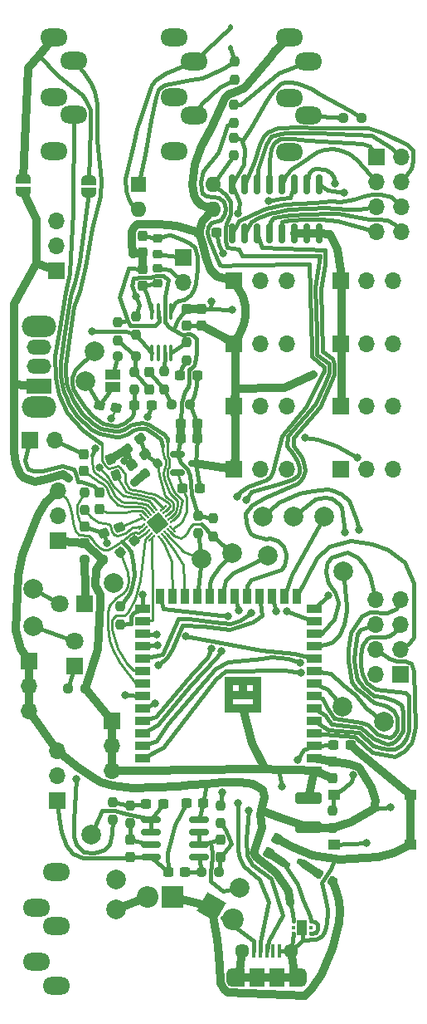
<source format=gbr>
G04 #@! TF.GenerationSoftware,KiCad,Pcbnew,8.0.3*
G04 #@! TF.CreationDate,2024-08-04T14:16:49-04:00*
G04 #@! TF.ProjectId,MEAP_Rev4b,4d454150-5f52-4657-9634-622e6b696361,rev?*
G04 #@! TF.SameCoordinates,Original*
G04 #@! TF.FileFunction,Copper,L1,Top*
G04 #@! TF.FilePolarity,Positive*
%FSLAX46Y46*%
G04 Gerber Fmt 4.6, Leading zero omitted, Abs format (unit mm)*
G04 Created by KiCad (PCBNEW 8.0.3) date 2024-08-04 14:16:49*
%MOMM*%
%LPD*%
G01*
G04 APERTURE LIST*
G04 Aperture macros list*
%AMRoundRect*
0 Rectangle with rounded corners*
0 $1 Rounding radius*
0 $2 $3 $4 $5 $6 $7 $8 $9 X,Y pos of 4 corners*
0 Add a 4 corners polygon primitive as box body*
4,1,4,$2,$3,$4,$5,$6,$7,$8,$9,$2,$3,0*
0 Add four circle primitives for the rounded corners*
1,1,$1+$1,$2,$3*
1,1,$1+$1,$4,$5*
1,1,$1+$1,$6,$7*
1,1,$1+$1,$8,$9*
0 Add four rect primitives between the rounded corners*
20,1,$1+$1,$2,$3,$4,$5,0*
20,1,$1+$1,$4,$5,$6,$7,0*
20,1,$1+$1,$6,$7,$8,$9,0*
20,1,$1+$1,$8,$9,$2,$3,0*%
%AMHorizOval*
0 Thick line with rounded ends*
0 $1 width*
0 $2 $3 position (X,Y) of the first rounded end (center of the circle)*
0 $4 $5 position (X,Y) of the second rounded end (center of the circle)*
0 Add line between two ends*
20,1,$1,$2,$3,$4,$5,0*
0 Add two circle primitives to create the rounded ends*
1,1,$1,$2,$3*
1,1,$1,$4,$5*%
%AMRotRect*
0 Rectangle, with rotation*
0 The origin of the aperture is its center*
0 $1 length*
0 $2 width*
0 $3 Rotation angle, in degrees counterclockwise*
0 Add horizontal line*
21,1,$1,$2,0,0,$3*%
%AMFreePoly0*
4,1,19,0.500000,-0.750000,0.000000,-0.750000,0.000000,-0.744911,-0.071157,-0.744911,-0.207708,-0.704816,-0.327430,-0.627875,-0.420627,-0.520320,-0.479746,-0.390866,-0.500000,-0.250000,-0.500000,0.250000,-0.479746,0.390866,-0.420627,0.520320,-0.327430,0.627875,-0.207708,0.704816,-0.071157,0.744911,0.000000,0.744911,0.000000,0.750000,0.500000,0.750000,0.500000,-0.750000,0.500000,-0.750000,
$1*%
%AMFreePoly1*
4,1,19,0.000000,0.744911,0.071157,0.744911,0.207708,0.704816,0.327430,0.627875,0.420627,0.520320,0.479746,0.390866,0.500000,0.250000,0.500000,-0.250000,0.479746,-0.390866,0.420627,-0.520320,0.327430,-0.627875,0.207708,-0.704816,0.071157,-0.744911,0.000000,-0.744911,0.000000,-0.750000,-0.500000,-0.750000,-0.500000,0.750000,0.000000,0.750000,0.000000,0.744911,0.000000,0.744911,
$1*%
G04 Aperture macros list end*
G04 #@! TA.AperFunction,SMDPad,CuDef*
%ADD10RoundRect,0.237500X0.237500X-0.250000X0.237500X0.250000X-0.237500X0.250000X-0.237500X-0.250000X0*%
G04 #@! TD*
G04 #@! TA.AperFunction,SMDPad,CuDef*
%ADD11RoundRect,0.237500X0.300000X0.237500X-0.300000X0.237500X-0.300000X-0.237500X0.300000X-0.237500X0*%
G04 #@! TD*
G04 #@! TA.AperFunction,ComponentPad*
%ADD12C,2.000000*%
G04 #@! TD*
G04 #@! TA.AperFunction,SMDPad,CuDef*
%ADD13RoundRect,0.218750X-0.002858X-0.336909X0.332287X-0.055689X0.002858X0.336909X-0.332287X0.055689X0*%
G04 #@! TD*
G04 #@! TA.AperFunction,SMDPad,CuDef*
%ADD14RoundRect,0.237500X-0.077151X-0.374772X0.382475X0.010901X0.077151X0.374772X-0.382475X-0.010901X0*%
G04 #@! TD*
G04 #@! TA.AperFunction,SMDPad,CuDef*
%ADD15RoundRect,0.250000X1.100000X-0.325000X1.100000X0.325000X-1.100000X0.325000X-1.100000X-0.325000X0*%
G04 #@! TD*
G04 #@! TA.AperFunction,SMDPad,CuDef*
%ADD16RoundRect,0.237500X-0.325783X0.200678X-0.120571X-0.363138X0.325783X-0.200678X0.120571X0.363138X0*%
G04 #@! TD*
G04 #@! TA.AperFunction,SMDPad,CuDef*
%ADD17RoundRect,0.150000X-0.587500X-0.150000X0.587500X-0.150000X0.587500X0.150000X-0.587500X0.150000X0*%
G04 #@! TD*
G04 #@! TA.AperFunction,ComponentPad*
%ADD18R,1.700000X1.700000*%
G04 #@! TD*
G04 #@! TA.AperFunction,ComponentPad*
%ADD19O,1.700000X1.700000*%
G04 #@! TD*
G04 #@! TA.AperFunction,SMDPad,CuDef*
%ADD20RoundRect,0.237500X-0.300000X-0.237500X0.300000X-0.237500X0.300000X0.237500X-0.300000X0.237500X0*%
G04 #@! TD*
G04 #@! TA.AperFunction,SMDPad,CuDef*
%ADD21RoundRect,0.237500X-0.237500X0.300000X-0.237500X-0.300000X0.237500X-0.300000X0.237500X0.300000X0*%
G04 #@! TD*
G04 #@! TA.AperFunction,SMDPad,CuDef*
%ADD22RoundRect,0.237500X-0.250000X-0.237500X0.250000X-0.237500X0.250000X0.237500X-0.250000X0.237500X0*%
G04 #@! TD*
G04 #@! TA.AperFunction,SMDPad,CuDef*
%ADD23RoundRect,0.150000X-0.583790X0.163846X0.433790X-0.423654X0.583790X-0.163846X-0.433790X0.423654X0*%
G04 #@! TD*
G04 #@! TA.AperFunction,SMDPad,CuDef*
%ADD24RoundRect,0.150000X-0.825000X-0.150000X0.825000X-0.150000X0.825000X0.150000X-0.825000X0.150000X0*%
G04 #@! TD*
G04 #@! TA.AperFunction,SMDPad,CuDef*
%ADD25RoundRect,0.218750X-0.256250X0.218750X-0.256250X-0.218750X0.256250X-0.218750X0.256250X0.218750X0*%
G04 #@! TD*
G04 #@! TA.AperFunction,ComponentPad*
%ADD26O,2.800000X1.800000*%
G04 #@! TD*
G04 #@! TA.AperFunction,SMDPad,CuDef*
%ADD27RoundRect,0.237500X0.237500X-0.300000X0.237500X0.300000X-0.237500X0.300000X-0.237500X-0.300000X0*%
G04 #@! TD*
G04 #@! TA.AperFunction,SMDPad,CuDef*
%ADD28RoundRect,0.237500X-0.038849X-0.342632X0.344173X-0.021239X0.038849X0.342632X-0.344173X0.021239X0*%
G04 #@! TD*
G04 #@! TA.AperFunction,SMDPad,CuDef*
%ADD29RoundRect,0.150000X0.150000X-0.825000X0.150000X0.825000X-0.150000X0.825000X-0.150000X-0.825000X0*%
G04 #@! TD*
G04 #@! TA.AperFunction,ComponentPad*
%ADD30R,1.600000X1.600000*%
G04 #@! TD*
G04 #@! TA.AperFunction,ComponentPad*
%ADD31O,1.600000X1.600000*%
G04 #@! TD*
G04 #@! TA.AperFunction,SMDPad,CuDef*
%ADD32RoundRect,0.237500X0.250000X0.237500X-0.250000X0.237500X-0.250000X-0.237500X0.250000X-0.237500X0*%
G04 #@! TD*
G04 #@! TA.AperFunction,SMDPad,CuDef*
%ADD33RoundRect,0.218750X0.256250X-0.218750X0.256250X0.218750X-0.256250X0.218750X-0.256250X-0.218750X0*%
G04 #@! TD*
G04 #@! TA.AperFunction,SMDPad,CuDef*
%ADD34R,1.500000X0.900000*%
G04 #@! TD*
G04 #@! TA.AperFunction,SMDPad,CuDef*
%ADD35R,0.900000X1.500000*%
G04 #@! TD*
G04 #@! TA.AperFunction,SMDPad,CuDef*
%ADD36R,0.900000X0.900000*%
G04 #@! TD*
G04 #@! TA.AperFunction,SMDPad,CuDef*
%ADD37RoundRect,0.093750X-0.093750X-0.106250X0.093750X-0.106250X0.093750X0.106250X-0.093750X0.106250X0*%
G04 #@! TD*
G04 #@! TA.AperFunction,HeatsinkPad*
%ADD38R,1.000000X1.600000*%
G04 #@! TD*
G04 #@! TA.AperFunction,SMDPad,CuDef*
%ADD39RoundRect,0.050000X0.255127X0.279348X-0.319406X-0.202743X-0.255127X-0.279348X0.319406X0.202743X0*%
G04 #@! TD*
G04 #@! TA.AperFunction,SMDPad,CuDef*
%ADD40RoundRect,0.050000X-0.202743X0.319406X-0.279348X0.255127X0.202743X-0.319406X0.279348X-0.255127X0*%
G04 #@! TD*
G04 #@! TA.AperFunction,HeatsinkPad*
%ADD41RotRect,1.650000X1.650000X220.000000*%
G04 #@! TD*
G04 #@! TA.AperFunction,SMDPad,CuDef*
%ADD42R,1.500000X1.000000*%
G04 #@! TD*
G04 #@! TA.AperFunction,SMDPad,CuDef*
%ADD43RoundRect,0.218750X-0.317568X-0.112544X0.061318X-0.331294X0.317568X0.112544X-0.061318X0.331294X0*%
G04 #@! TD*
G04 #@! TA.AperFunction,SMDPad,CuDef*
%ADD44R,1.250000X1.000000*%
G04 #@! TD*
G04 #@! TA.AperFunction,SMDPad,CuDef*
%ADD45FreePoly0,90.000000*%
G04 #@! TD*
G04 #@! TA.AperFunction,SMDPad,CuDef*
%ADD46FreePoly1,90.000000*%
G04 #@! TD*
G04 #@! TA.AperFunction,SMDPad,CuDef*
%ADD47RoundRect,0.237500X-0.237500X0.250000X-0.237500X-0.250000X0.237500X-0.250000X0.237500X0.250000X0*%
G04 #@! TD*
G04 #@! TA.AperFunction,SMDPad,CuDef*
%ADD48RoundRect,0.237500X-0.200678X-0.325783X0.363138X-0.120571X0.200678X0.325783X-0.363138X0.120571X0*%
G04 #@! TD*
G04 #@! TA.AperFunction,SMDPad,CuDef*
%ADD49RoundRect,0.237500X0.336684X0.181797X-0.254201X0.285986X-0.336684X-0.181797X0.254201X-0.285986X0*%
G04 #@! TD*
G04 #@! TA.AperFunction,SMDPad,CuDef*
%ADD50RoundRect,0.112500X0.112500X-0.187500X0.112500X0.187500X-0.112500X0.187500X-0.112500X-0.187500X0*%
G04 #@! TD*
G04 #@! TA.AperFunction,ComponentPad*
%ADD51O,3.500000X2.200000*%
G04 #@! TD*
G04 #@! TA.AperFunction,ComponentPad*
%ADD52R,2.500000X1.500000*%
G04 #@! TD*
G04 #@! TA.AperFunction,ComponentPad*
%ADD53O,2.500000X1.500000*%
G04 #@! TD*
G04 #@! TA.AperFunction,SMDPad,CuDef*
%ADD54RoundRect,0.237500X0.055681X-0.378558X0.355681X0.141058X-0.055681X0.378558X-0.355681X-0.141058X0*%
G04 #@! TD*
G04 #@! TA.AperFunction,ComponentPad*
%ADD55RotRect,2.200000X2.200000X330.000000*%
G04 #@! TD*
G04 #@! TA.AperFunction,ComponentPad*
%ADD56HorizOval,2.200000X0.000000X0.000000X0.000000X0.000000X0*%
G04 #@! TD*
G04 #@! TA.AperFunction,SMDPad,CuDef*
%ADD57R,0.400000X1.350000*%
G04 #@! TD*
G04 #@! TA.AperFunction,ComponentPad*
%ADD58O,1.200000X1.900000*%
G04 #@! TD*
G04 #@! TA.AperFunction,SMDPad,CuDef*
%ADD59R,1.200000X1.900000*%
G04 #@! TD*
G04 #@! TA.AperFunction,ComponentPad*
%ADD60C,1.450000*%
G04 #@! TD*
G04 #@! TA.AperFunction,SMDPad,CuDef*
%ADD61R,1.500000X1.900000*%
G04 #@! TD*
G04 #@! TA.AperFunction,ComponentPad*
%ADD62R,2.200000X2.200000*%
G04 #@! TD*
G04 #@! TA.AperFunction,ComponentPad*
%ADD63O,2.200000X2.200000*%
G04 #@! TD*
G04 #@! TA.AperFunction,ComponentPad*
%ADD64R,1.800000X1.800000*%
G04 #@! TD*
G04 #@! TA.AperFunction,ComponentPad*
%ADD65C,1.800000*%
G04 #@! TD*
G04 #@! TA.AperFunction,SMDPad,CuDef*
%ADD66RoundRect,0.100000X0.100000X-0.712500X0.100000X0.712500X-0.100000X0.712500X-0.100000X-0.712500X0*%
G04 #@! TD*
G04 #@! TA.AperFunction,ViaPad*
%ADD67C,0.800000*%
G04 #@! TD*
G04 #@! TA.AperFunction,Conductor*
%ADD68C,0.406400*%
G04 #@! TD*
G04 #@! TA.AperFunction,Conductor*
%ADD69C,0.812800*%
G04 #@! TD*
G04 #@! TA.AperFunction,Conductor*
%ADD70C,0.254000*%
G04 #@! TD*
G04 APERTURE END LIST*
D10*
X35840002Y-50394998D03*
X35840000Y-48570000D03*
D11*
X36922501Y-51959998D03*
X35197499Y-51960002D03*
D12*
X28640000Y-106400000D03*
D13*
X31633480Y-61922390D03*
X32840000Y-60910000D03*
D10*
X36990001Y-68042499D03*
X36989999Y-66217501D03*
D14*
X29768572Y-59478810D03*
X31090000Y-58370000D03*
D15*
X48250000Y-97995000D03*
X48250000Y-95045000D03*
D12*
X43620000Y-66350000D03*
D16*
X28055007Y-60489514D03*
X28644993Y-62110486D03*
D17*
X34882503Y-59960000D03*
X34882502Y-61859999D03*
X36757496Y-60910001D03*
D18*
X51540000Y-48700000D03*
D19*
X54240000Y-48700000D03*
X56940000Y-48700000D03*
D20*
X37124994Y-37350002D03*
X38850000Y-37350000D03*
D21*
X35830000Y-45160000D03*
X35830004Y-46885004D03*
D12*
X25520000Y-52540000D03*
D22*
X23707500Y-83860000D03*
X25532500Y-83860000D03*
D12*
X40480000Y-70060000D03*
D18*
X35470000Y-39930000D03*
D19*
X35470000Y-42470000D03*
D10*
X40730002Y-21787502D03*
X40730000Y-19962504D03*
D23*
X46662457Y-100012823D03*
X45712459Y-101658277D03*
X47811252Y-101773052D03*
D24*
X32165000Y-97215000D03*
X32165000Y-98485000D03*
X32165000Y-99755000D03*
X32165000Y-101025000D03*
X37115000Y-101025000D03*
X37115000Y-99755000D03*
X37115000Y-98485000D03*
X37115000Y-97215000D03*
D21*
X30079999Y-99302497D03*
X30079997Y-101027499D03*
D18*
X40640000Y-48700000D03*
D19*
X43340000Y-48700000D03*
X46040000Y-48700000D03*
D10*
X50710001Y-98132499D03*
X50709999Y-96307501D03*
D25*
X32869998Y-37975002D03*
X32869998Y-39550002D03*
D18*
X40640000Y-55100000D03*
D19*
X43340000Y-55100000D03*
X46040000Y-55100000D03*
D26*
X48300000Y-25430000D03*
X46300000Y-23630000D03*
X46300000Y-17530000D03*
X48300000Y-19930000D03*
X46300000Y-29130000D03*
D27*
X39270000Y-101040000D03*
X39269998Y-99314998D03*
D18*
X51540000Y-55100000D03*
D19*
X54240000Y-55100000D03*
X56940000Y-55100000D03*
D18*
X55220000Y-29660000D03*
D19*
X57760000Y-29660000D03*
X55220000Y-32200000D03*
X57760000Y-32200000D03*
X55220000Y-34740000D03*
X57760000Y-34740000D03*
X55220000Y-37280000D03*
X57760000Y-37280000D03*
D10*
X28830000Y-48360000D03*
X28829998Y-46535002D03*
D12*
X51860000Y-71960000D03*
D18*
X40640000Y-42300000D03*
D19*
X43340000Y-42300000D03*
X46040000Y-42300000D03*
D12*
X44100000Y-70290000D03*
D26*
X20540001Y-106260001D03*
X22540000Y-108060000D03*
X22540000Y-114160000D03*
X20540001Y-111760001D03*
X22540000Y-102560000D03*
D12*
X55970000Y-87280000D03*
D18*
X22690000Y-68810000D03*
D19*
X22690000Y-66270000D03*
X22689997Y-63730001D03*
D21*
X31340000Y-37720000D03*
X31339998Y-39445002D03*
D12*
X28670000Y-103300000D03*
D20*
X35224994Y-56870002D03*
X36950000Y-56870000D03*
D12*
X46755000Y-66350000D03*
D18*
X57640000Y-82390000D03*
D19*
X55100000Y-82390000D03*
X57640000Y-79850000D03*
X55100002Y-79850001D03*
X57639997Y-77310001D03*
X55100001Y-77310002D03*
X57640000Y-74770000D03*
X55099999Y-74770001D03*
D28*
X29070000Y-70000000D03*
X30468030Y-68826912D03*
D29*
X40500000Y-37434998D03*
X41769999Y-37434999D03*
X43039998Y-37434998D03*
X44309999Y-37434998D03*
X45580000Y-37434999D03*
X46849999Y-37434996D03*
X48120000Y-37434998D03*
X49389999Y-37434999D03*
X49389998Y-32484998D03*
X48119999Y-32484997D03*
X46850000Y-32484998D03*
X45579999Y-32484998D03*
X44309998Y-32484997D03*
X43039999Y-32485000D03*
X41769998Y-32484998D03*
X40499999Y-32484997D03*
D21*
X37380000Y-45167502D03*
X37380004Y-46892506D03*
D30*
X30900001Y-32460000D03*
D31*
X30900001Y-35000000D03*
X38520000Y-35000000D03*
X38520001Y-32460000D03*
D27*
X26930000Y-65610000D03*
X26929998Y-63884998D03*
D10*
X40670000Y-26180000D03*
X40669998Y-24355002D03*
D12*
X26450000Y-49460000D03*
X20180000Y-73670000D03*
D32*
X53692498Y-25739999D03*
X51867502Y-25740001D03*
D12*
X20130000Y-77480000D03*
D20*
X50835000Y-89630000D03*
X52560000Y-89630000D03*
D33*
X32889998Y-42582502D03*
X32889998Y-41007502D03*
D20*
X35222495Y-58400003D03*
X36947501Y-58400001D03*
D22*
X25440000Y-70720000D03*
X27265000Y-70720000D03*
D18*
X40640000Y-61500000D03*
D19*
X43340000Y-61500000D03*
X46040000Y-61500000D03*
D18*
X19750000Y-81040000D03*
D19*
X19750000Y-83580000D03*
X19750000Y-86120000D03*
D10*
X30485001Y-53407500D03*
X30484999Y-51582502D03*
D26*
X24300000Y-25385000D03*
X22300000Y-23585000D03*
X22300000Y-17485000D03*
X24300000Y-19885000D03*
X22300000Y-29085000D03*
D12*
X28380000Y-73080000D03*
D34*
X48839997Y-92260002D03*
X48839997Y-90990002D03*
X48839997Y-89720002D03*
X48839997Y-88450002D03*
X48839997Y-87180002D03*
X48839997Y-85910002D03*
X48839997Y-84640002D03*
X48839997Y-83370002D03*
X48839997Y-82100002D03*
X48839997Y-80830002D03*
X48839997Y-79560002D03*
X48839997Y-78290002D03*
X48839997Y-77020002D03*
X48839997Y-75750002D03*
D35*
X47074997Y-74500002D03*
X45804997Y-74500002D03*
X44534997Y-74500002D03*
X43264997Y-74500002D03*
X41994997Y-74500002D03*
X40724997Y-74500002D03*
X39454997Y-74500002D03*
X38184997Y-74500002D03*
X36914997Y-74500002D03*
X35644997Y-74500002D03*
X34374997Y-74500002D03*
X33104997Y-74500002D03*
D34*
X31339997Y-75750002D03*
X31339997Y-77020002D03*
X31339997Y-78290002D03*
X31339997Y-79560002D03*
X31339997Y-80830002D03*
X31339997Y-82100002D03*
X31339997Y-83370002D03*
X31339997Y-84640002D03*
X31339997Y-85910002D03*
X31339997Y-87180002D03*
X31339997Y-88450002D03*
X31339997Y-89720002D03*
X31339997Y-90990002D03*
X31339997Y-92260002D03*
D36*
X42989997Y-85940002D03*
X42989997Y-84540002D03*
X42989997Y-83140002D03*
X41589997Y-85940002D03*
X41589997Y-84540002D03*
X41589997Y-83140002D03*
X40189997Y-85940002D03*
X40189997Y-84540002D03*
X40189997Y-83140002D03*
D37*
X46750002Y-107580002D03*
X46750003Y-108229997D03*
X46750000Y-108880000D03*
X48525004Y-108879994D03*
X48525003Y-108229999D03*
X48525006Y-107579996D03*
D38*
X47637503Y-108229998D03*
D39*
X34511529Y-66695916D03*
X34254413Y-66389499D03*
X33997297Y-66083080D03*
X33740180Y-65776662D03*
X33483066Y-65470244D03*
D40*
X32567327Y-65390126D03*
X32260910Y-65647242D03*
X31954491Y-65904358D03*
X31648073Y-66161475D03*
X31341655Y-66418589D03*
D39*
X31261537Y-67334328D03*
X31518653Y-67640745D03*
X31775769Y-67947164D03*
X32032886Y-68253582D03*
X32290000Y-68560000D03*
D40*
X33205739Y-68640118D03*
X33512156Y-68383002D03*
X33818575Y-68125886D03*
X34124993Y-67868769D03*
X34431411Y-67611655D03*
D41*
X32886533Y-67015122D03*
D12*
X51710000Y-85690000D03*
X49890000Y-66350000D03*
D11*
X32250000Y-54960000D03*
X30524998Y-54960004D03*
D42*
X28339998Y-51849996D03*
X28340000Y-53150000D03*
D43*
X49330000Y-102720000D03*
X50693990Y-103507500D03*
D22*
X28835002Y-49969998D03*
X30660000Y-49970000D03*
D44*
X58684999Y-94670000D03*
X50935001Y-94670000D03*
D18*
X28210000Y-87180000D03*
D19*
X28210000Y-89720000D03*
X28210000Y-92260000D03*
D27*
X25350002Y-61722502D03*
X25349998Y-59997498D03*
D45*
X19170000Y-33200001D03*
D46*
X19170000Y-31899999D03*
D47*
X29060000Y-75480000D03*
X29060000Y-77304994D03*
D11*
X37562499Y-95584996D03*
X35837497Y-95585000D03*
D45*
X25820000Y-33330000D03*
D46*
X25820002Y-32029996D03*
D18*
X51540000Y-61500000D03*
D19*
X54240000Y-61500000D03*
X56940000Y-61500000D03*
D18*
X51540000Y-42300000D03*
D19*
X54240000Y-42300000D03*
X56940000Y-42300000D03*
D10*
X28329998Y-97254998D03*
X28330000Y-95430000D03*
D48*
X27369514Y-68064993D03*
X28990486Y-67475007D03*
D20*
X35427498Y-63460002D03*
X37152502Y-63459998D03*
D21*
X50750000Y-91280000D03*
X50749998Y-93005002D03*
D27*
X32015001Y-53357502D03*
X32014999Y-51632500D03*
D49*
X28659398Y-55289770D03*
X26960602Y-54990230D03*
D50*
X40360002Y-18587502D03*
X40359998Y-16487500D03*
D51*
X20740000Y-55140000D03*
X20740000Y-46940000D03*
D52*
X20740000Y-53040000D03*
D53*
X20740001Y-51039999D03*
X20740000Y-49040000D03*
D54*
X44208749Y-100656948D03*
X45071251Y-99163052D03*
D55*
X38350295Y-106170000D03*
D56*
X40550000Y-107440000D03*
D12*
X41260000Y-104220000D03*
D47*
X30660000Y-45950000D03*
X30660000Y-47774994D03*
D57*
X42729999Y-110632000D03*
X43379999Y-110632000D03*
X44029999Y-110632000D03*
X44679999Y-110632000D03*
X45329999Y-110632000D03*
D58*
X40529999Y-113332000D03*
D59*
X41129999Y-113332000D03*
D60*
X41529999Y-110632000D03*
D61*
X43029999Y-113332000D03*
X45029999Y-113332000D03*
D60*
X46529999Y-110632000D03*
D59*
X46929999Y-113332000D03*
D58*
X47529999Y-113332000D03*
D26*
X36560000Y-25420000D03*
X34560000Y-23620000D03*
X34560000Y-17520000D03*
X36560000Y-19920000D03*
X34560000Y-29120000D03*
D62*
X34430000Y-105110000D03*
D63*
X31890000Y-105110000D03*
D18*
X19820000Y-58520000D03*
D19*
X22360000Y-58520000D03*
D20*
X31724998Y-95594998D03*
X33449998Y-95594998D03*
D32*
X39149995Y-102614999D03*
X37324999Y-102615001D03*
D47*
X39270000Y-95780000D03*
X39269998Y-97604998D03*
D14*
X30270000Y-61080000D03*
X31591428Y-59971190D03*
D18*
X22540003Y-41299999D03*
D19*
X22540003Y-38759999D03*
X22540003Y-36219999D03*
D27*
X25390000Y-69090000D03*
X25389998Y-67364994D03*
D64*
X24390000Y-81600000D03*
D65*
X24390000Y-79060000D03*
D47*
X40630001Y-27717501D03*
X40629999Y-29542499D03*
D22*
X36170000Y-54900000D03*
X34345000Y-54900000D03*
D18*
X22640000Y-95310000D03*
D19*
X22640000Y-92770000D03*
X22640000Y-90230000D03*
D12*
X37380000Y-70630000D03*
X26130000Y-98750000D03*
D10*
X33565000Y-53382499D03*
X33564998Y-51557501D03*
D44*
X50940002Y-99810000D03*
X58690000Y-99810000D03*
D10*
X38570000Y-68350000D03*
X38569998Y-66525002D03*
D27*
X31340000Y-42810004D03*
X31339998Y-41085002D03*
D47*
X30040000Y-95790000D03*
X30039998Y-97614998D03*
D64*
X25440000Y-75220000D03*
D65*
X22900000Y-75220000D03*
D11*
X35692499Y-102614996D03*
X33967497Y-102615000D03*
D47*
X25390000Y-63865006D03*
X25390000Y-65690000D03*
D66*
X32299999Y-49664999D03*
X32949999Y-49664999D03*
X33599998Y-49665001D03*
X34249998Y-49665000D03*
X34249999Y-45440001D03*
X33599999Y-45440001D03*
X32950000Y-45439999D03*
X32300000Y-45440000D03*
D67*
X39490000Y-94460000D03*
X24540000Y-93080000D03*
X48790000Y-51860000D03*
X45560000Y-93850000D03*
X32886533Y-67015122D03*
X29520000Y-60630000D03*
X23810000Y-62420000D03*
X56630000Y-96010000D03*
X30490000Y-62850000D03*
X38390000Y-44430000D03*
X40470000Y-45220000D03*
X47940000Y-58260000D03*
X41120000Y-35450000D03*
X39530000Y-39490000D03*
X30630000Y-43870000D03*
X53280000Y-60350000D03*
X32790000Y-78370000D03*
X41100000Y-95550000D03*
X46070000Y-75980000D03*
X42160000Y-96320000D03*
X50270000Y-74370000D03*
X47160000Y-91110000D03*
X52840000Y-92680000D03*
X26940000Y-61380000D03*
X28140000Y-56320000D03*
X31820000Y-56160000D03*
X26480000Y-59370000D03*
X47410000Y-81200000D03*
X32860000Y-79470000D03*
X44250000Y-34130000D03*
X42460000Y-76150000D03*
X53410000Y-67690000D03*
X51980000Y-67910000D03*
X40090000Y-76530000D03*
X50990000Y-32350000D03*
X47520000Y-82300000D03*
X31370000Y-74320000D03*
X54170000Y-99580000D03*
X51910000Y-33340000D03*
X26210000Y-47430000D03*
X44990000Y-75970000D03*
X32970000Y-81520000D03*
X38340000Y-79840000D03*
X40970000Y-64270000D03*
X39420000Y-80050000D03*
X41940000Y-64680000D03*
X29540000Y-84560000D03*
X32640000Y-85420000D03*
X35750000Y-78560000D03*
X41160000Y-75930000D03*
X27710000Y-69080000D03*
D68*
X36563744Y-54053744D02*
X36170000Y-54900000D01*
X36922501Y-51959998D02*
X36868600Y-52940000D01*
X36563744Y-54053744D02*
X36868600Y-52940000D01*
X35197499Y-51960002D02*
X35290000Y-51210000D01*
X35290000Y-51210000D02*
X35840002Y-50394998D01*
X36360000Y-51160000D02*
X36630000Y-50920000D01*
X36053407Y-52590000D02*
X36050000Y-51360000D01*
X36630000Y-50920000D02*
X36696496Y-50676496D01*
X36050000Y-51360000D02*
X36360000Y-51160000D01*
D69*
X41562904Y-43877096D02*
X41846026Y-44880000D01*
X41687778Y-46767778D02*
X41864968Y-45960000D01*
X41864968Y-45960000D02*
X41846026Y-44880000D01*
X41269074Y-47679074D02*
X41687778Y-46767778D01*
X38970000Y-41870000D02*
X38290000Y-41220000D01*
X40640000Y-42300000D02*
X38970000Y-41870000D01*
X38290000Y-41220000D02*
X37830000Y-40090000D01*
D68*
X35540000Y-44202754D02*
X36220473Y-43740473D01*
X36560739Y-43140000D02*
X36724379Y-42520000D01*
X36220473Y-43740473D02*
X36560739Y-43140000D01*
X35028872Y-44348872D02*
X35540000Y-44202754D01*
X34646405Y-44576405D02*
X35028872Y-44348872D01*
X34249999Y-45440001D02*
X34646405Y-44576405D01*
X36866574Y-48650000D02*
X36823774Y-48260000D01*
X36514300Y-47895700D02*
X36190000Y-47753329D01*
X36823774Y-48260000D02*
X36514300Y-47895700D01*
X31090000Y-46830000D02*
X30110000Y-46830000D01*
X32658006Y-46858006D02*
X31090000Y-46830000D01*
X32950000Y-45439999D02*
X32997904Y-46440000D01*
X32658006Y-46858006D02*
X32997904Y-46440000D01*
X34449187Y-47270813D02*
X35000000Y-46160000D01*
X35000000Y-46160000D02*
X35830000Y-45160000D01*
X34030491Y-46999509D02*
X34449187Y-47270813D01*
X33599999Y-45440001D02*
X33625615Y-46550000D01*
X34030491Y-46999509D02*
X33625615Y-46550000D01*
X36190000Y-47753329D02*
X35420000Y-47769563D01*
X35420000Y-47769563D02*
X34449187Y-47270813D01*
X36850000Y-48940000D02*
X36866574Y-48650000D01*
X36850000Y-49700000D02*
X36850000Y-48940000D01*
X36696496Y-50676496D02*
X36850000Y-49700000D01*
X35630097Y-53560097D02*
X36010000Y-53100000D01*
X36010000Y-53100000D02*
X36053407Y-52590000D01*
X35290000Y-54730000D02*
X35630097Y-53560097D01*
X34249998Y-49665000D02*
X35840000Y-48570000D01*
X55630000Y-33511810D02*
X54760000Y-33503524D01*
X54760000Y-33503524D02*
X53976167Y-33696167D01*
X57760000Y-34740000D02*
X56755221Y-33774779D01*
X56755221Y-33774779D02*
X55630000Y-33511810D01*
X55420000Y-36000000D02*
X54430000Y-36000000D01*
X56320952Y-36149048D02*
X57084813Y-36515187D01*
X55420000Y-36000000D02*
X56320952Y-36149048D01*
X57760000Y-37280000D02*
X57084813Y-36515187D01*
X52260000Y-34983366D02*
X53470000Y-34993710D01*
X53470000Y-34993710D02*
X55220000Y-34740000D01*
X49900000Y-34813702D02*
X52260000Y-34983366D01*
X49900000Y-34813702D02*
X48480000Y-34940000D01*
X52910000Y-34017425D02*
X53976167Y-33696167D01*
X50690000Y-34170698D02*
X51480000Y-34217529D01*
X52910000Y-34017425D02*
X51480000Y-34217529D01*
X48890000Y-34360000D02*
X50690000Y-34170698D01*
X50544638Y-31305362D02*
X50009295Y-30970705D01*
X50990000Y-32350000D02*
X50890581Y-31780000D01*
X50544638Y-31305362D02*
X50890581Y-31780000D01*
X49020000Y-30883101D02*
X48690000Y-30989620D01*
X48360462Y-31320000D02*
X48119999Y-32484997D01*
X48690000Y-30989620D02*
X48360462Y-31320000D01*
X50009295Y-30970705D02*
X49020000Y-30883101D01*
X52395431Y-29314569D02*
X51610051Y-28979949D01*
X53920000Y-30820000D02*
X53189823Y-29960177D01*
X52395431Y-29314569D02*
X53189823Y-29960177D01*
X50840000Y-28840165D02*
X51610051Y-28979949D01*
X49131676Y-29131676D02*
X49870000Y-28908339D01*
X49870000Y-28908339D02*
X50840000Y-28840165D01*
X47410000Y-30320000D02*
X49131676Y-29131676D01*
X45991417Y-31521417D02*
X45579999Y-32484998D01*
X45991417Y-31521417D02*
X46600000Y-30860000D01*
X47410000Y-30320000D02*
X46600000Y-30860000D01*
X55220000Y-29660000D02*
X54557248Y-28602752D01*
X53790000Y-28287223D02*
X48190000Y-27976122D01*
X54557248Y-28602752D02*
X53790000Y-28287223D01*
X57760000Y-29660000D02*
X56785972Y-28784028D01*
X56099346Y-28310654D02*
X54680000Y-27500000D01*
X56785972Y-28784028D02*
X56099346Y-28310654D01*
X43280000Y-28420000D02*
X42760000Y-30130000D01*
X45110000Y-26720000D02*
X44170000Y-27130000D01*
X44170000Y-27130000D02*
X43720000Y-27530000D01*
X43720000Y-27530000D02*
X43280000Y-28420000D01*
X47308543Y-26661457D02*
X45110000Y-26720000D01*
X42760000Y-30130000D02*
X41769998Y-32484998D01*
X45450000Y-27293067D02*
X45990000Y-27221676D01*
X49210000Y-27250000D02*
X48840000Y-27233830D01*
X45990000Y-27221676D02*
X48840000Y-27233830D01*
X44510000Y-27590000D02*
X45450000Y-27293067D01*
X43920000Y-28410000D02*
X44510000Y-27590000D01*
X43087321Y-30950000D02*
X43039999Y-32485000D01*
X43087321Y-30950000D02*
X43920000Y-28410000D01*
X44727904Y-28307904D02*
X44487356Y-28847356D01*
X44487356Y-28847356D02*
X44300000Y-30050000D01*
X44869820Y-28149820D02*
X44727904Y-28307904D01*
X46660000Y-27820000D02*
X45370000Y-27853725D01*
X44869820Y-28149820D02*
X45370000Y-27853725D01*
X45830000Y-22064836D02*
X45360000Y-22199672D01*
X44687004Y-22897004D02*
X44080000Y-23850000D01*
X45360000Y-22199672D02*
X44687004Y-22897004D01*
X46620000Y-22024592D02*
X45830000Y-22064836D01*
X48659771Y-22760229D02*
X47390147Y-22189853D01*
X46620000Y-22024592D02*
X47390147Y-22189853D01*
X49416532Y-23273468D02*
X48659771Y-22760229D01*
X53692498Y-25739999D02*
X52541313Y-24908687D01*
X49416532Y-23273468D02*
X52541313Y-24908687D01*
X25481556Y-23828444D02*
X25129270Y-23370730D01*
X23252130Y-21807870D02*
X22690000Y-21420000D01*
X25129270Y-23370730D02*
X23252130Y-21807870D01*
X25990000Y-26570000D02*
X26049447Y-24880000D01*
X26049447Y-24880000D02*
X25481556Y-23828444D01*
X26395621Y-22964379D02*
X25993804Y-22036196D01*
X26707111Y-28020000D02*
X26661769Y-24250000D01*
X26395621Y-22964379D02*
X26661769Y-24250000D01*
X25291930Y-20968070D02*
X24300000Y-19885000D01*
X25993804Y-22036196D02*
X25291930Y-20968070D01*
X27029440Y-33670000D02*
X26210000Y-36990000D01*
X27029440Y-33670000D02*
X27082420Y-32020000D01*
X26707111Y-28020000D02*
X27082420Y-32020000D01*
X30129442Y-34450558D02*
X29887493Y-33912507D01*
X29683767Y-33160000D02*
X29600000Y-31870000D01*
X29887493Y-33912507D02*
X29683767Y-33160000D01*
X30900001Y-35000000D02*
X30129442Y-34450558D01*
X32966634Y-22856634D02*
X33135385Y-22665385D01*
X32966634Y-22856634D02*
X32679273Y-23600000D01*
X32679273Y-23600000D02*
X32215618Y-25920000D01*
X33135385Y-22665385D02*
X33640000Y-22344418D01*
X33640000Y-22344418D02*
X34130000Y-22198931D01*
X31610000Y-29420000D02*
X32215618Y-25920000D01*
X36280000Y-21834497D02*
X37470000Y-21602793D01*
X34130000Y-22198931D02*
X36280000Y-21834497D01*
X32664737Y-21784737D02*
X32258845Y-22278845D01*
X33741396Y-21141396D02*
X36560000Y-19920000D01*
X32664737Y-21784737D02*
X33741396Y-21141396D01*
X30420000Y-28400000D02*
X30737647Y-26780000D01*
X32258845Y-22278845D02*
X30737647Y-26780000D01*
X37338402Y-24288402D02*
X39260000Y-22550000D01*
X39260000Y-22550000D02*
X40730002Y-21787502D01*
X37338402Y-24288402D02*
X36560000Y-25420000D01*
D69*
X36855429Y-34124571D02*
X36595888Y-33594112D01*
X36442997Y-32490000D02*
X36697811Y-30460000D01*
X36595888Y-33594112D02*
X36442997Y-32490000D01*
X37340000Y-34599161D02*
X36855429Y-34124571D01*
X38520000Y-35000000D02*
X37340000Y-34599161D01*
X33070000Y-36530000D02*
X30880000Y-36530000D01*
X34780000Y-36724668D02*
X37124994Y-37350002D01*
X33070000Y-36530000D02*
X34780000Y-36724668D01*
X30475181Y-36825181D02*
X30270392Y-37260392D01*
X30204422Y-38280000D02*
X30360000Y-39570000D01*
X30270392Y-37260392D02*
X30204422Y-38280000D01*
X30475181Y-36825181D02*
X30880000Y-36530000D01*
X19750000Y-81040000D02*
X18926772Y-79793228D01*
X18411708Y-77910000D02*
X18635084Y-72340000D01*
X18926772Y-79793228D02*
X18411708Y-77910000D01*
D68*
X24360000Y-44900000D02*
X24930614Y-43410000D01*
X26210000Y-36990000D02*
X25535650Y-40880000D01*
X24930614Y-43410000D02*
X25535650Y-40880000D01*
X23960000Y-43810000D02*
X24513341Y-42240000D01*
X25820000Y-33330000D02*
X24905893Y-40280000D01*
X24513341Y-42240000D02*
X24905893Y-40280000D01*
X24200000Y-35240000D02*
X23902198Y-41540000D01*
X23438209Y-43460000D02*
X23677015Y-42760000D01*
X23677015Y-42760000D02*
X23902198Y-41540000D01*
X22892990Y-47120000D02*
X23438209Y-43460000D01*
X22460723Y-52100000D02*
X22409157Y-49960000D01*
X22409157Y-49960000D02*
X22892990Y-47120000D01*
X22963173Y-51930000D02*
X22930884Y-50590000D01*
X22930884Y-50590000D02*
X23419563Y-47520000D01*
X23895331Y-47880000D02*
X24360000Y-44900000D01*
X23464264Y-51470000D02*
X23449566Y-50920000D01*
X23449566Y-50920000D02*
X23895331Y-47880000D01*
X22684862Y-53430000D02*
X22593483Y-53030000D01*
X22593483Y-53030000D02*
X22460723Y-52100000D01*
X22820981Y-53880000D02*
X22684862Y-53430000D01*
X23685319Y-55814681D02*
X23638298Y-55731702D01*
X23638298Y-55731702D02*
X22820981Y-53880000D01*
X25270000Y-57500000D02*
X24286585Y-56523415D01*
X23685319Y-55814681D02*
X24286585Y-56523415D01*
X26862943Y-58727057D02*
X25270000Y-57500000D01*
X31360000Y-56794023D02*
X31600000Y-56832048D01*
X30064643Y-57024643D02*
X30338074Y-56908074D01*
X31360000Y-56794023D02*
X30338074Y-56908074D01*
X31600000Y-56832048D02*
X31920000Y-56940000D01*
X30064643Y-57024643D02*
X29520000Y-57460000D01*
X29770000Y-57950000D02*
X30398800Y-57498800D01*
X31682996Y-57407004D02*
X30890000Y-57373550D01*
X30398800Y-57498800D02*
X30890000Y-57373550D01*
X28640000Y-58207336D02*
X26920000Y-57891859D01*
X26920000Y-57891859D02*
X26089305Y-57450695D01*
X23308974Y-53671026D02*
X23098382Y-52940000D01*
X23098382Y-52940000D02*
X22963173Y-51930000D01*
X23524715Y-54155285D02*
X23308974Y-53671026D01*
X23805178Y-54784822D02*
X23524715Y-54155285D01*
X24559513Y-56020487D02*
X23805178Y-54784822D01*
X26089305Y-57450695D02*
X24559513Y-56020487D01*
X28970000Y-58176341D02*
X28640000Y-58207336D01*
X28970000Y-58176341D02*
X29770000Y-57950000D01*
X25159337Y-55850663D02*
X24307992Y-54592008D01*
X23789717Y-53490000D02*
X23591737Y-52790000D01*
X24307992Y-54592008D02*
X23789717Y-53490000D01*
X23591737Y-52790000D02*
X23464264Y-51470000D01*
X26160837Y-56789163D02*
X25159337Y-55850663D01*
X27070000Y-57382648D02*
X26160837Y-56789163D01*
X28560000Y-57658979D02*
X27070000Y-57382648D01*
X28900000Y-57617818D02*
X28560000Y-57658979D01*
X29520000Y-57460000D02*
X28900000Y-57617818D01*
X29577373Y-56737373D02*
X30220000Y-56180000D01*
X28540000Y-57126895D02*
X28840000Y-57075036D01*
X28840000Y-57075036D02*
X29577373Y-56737373D01*
X26270861Y-56129139D02*
X27291188Y-56898812D01*
X27291188Y-56898812D02*
X28540000Y-57126895D01*
X24135271Y-52090000D02*
X24111240Y-52710000D01*
X26450000Y-49460000D02*
X24508901Y-51358901D01*
X24135271Y-52090000D02*
X24508901Y-51358901D01*
X24273588Y-53316412D02*
X24475516Y-53684484D01*
X24273588Y-53316412D02*
X24111240Y-52710000D01*
X26270861Y-56129139D02*
X25390434Y-55159566D01*
X24475516Y-53684484D02*
X25390434Y-55159566D01*
X32690000Y-58070000D02*
X33183182Y-58506818D01*
D70*
X33401749Y-59580000D02*
X33395941Y-59140000D01*
D68*
X33183182Y-58506818D02*
X33395941Y-59140000D01*
X33300000Y-57790000D02*
X33563133Y-57916867D01*
X33879485Y-58390000D02*
X33892295Y-58606940D01*
X33563133Y-57916867D02*
X33879485Y-58390000D01*
X36270000Y-62960000D02*
X36174390Y-62120000D01*
X35922963Y-61507037D02*
X35610000Y-61170000D01*
X36174390Y-62120000D02*
X35922963Y-61507037D01*
X43470000Y-62775580D02*
X43970000Y-62643308D01*
X42080000Y-63270000D02*
X43470000Y-62775580D01*
X41324261Y-63784261D02*
X42080000Y-63270000D01*
X40970000Y-64270000D02*
X41324261Y-63784261D01*
X47156816Y-62936816D02*
X43850000Y-64380000D01*
X46666924Y-62566924D02*
X46942546Y-62402546D01*
X46666924Y-62566924D02*
X45510000Y-62970000D01*
X47418886Y-62668886D02*
X47156816Y-62936816D01*
X47715986Y-62335986D02*
X47418886Y-62668886D01*
X47907708Y-61720000D02*
X47889779Y-61170000D01*
X47715986Y-62335986D02*
X47907708Y-61720000D01*
X47722949Y-60537051D02*
X47630000Y-60340000D01*
X47889779Y-61170000D02*
X47722949Y-60537051D01*
X47630000Y-60340000D02*
X47540078Y-60120000D01*
X47540078Y-60120000D02*
X46750000Y-59110000D01*
X46874804Y-60145196D02*
X46486140Y-59643860D01*
X47216870Y-60760000D02*
X46874804Y-60145196D01*
X47367486Y-61340000D02*
X47216870Y-60760000D01*
X47148698Y-62188698D02*
X47309909Y-61879909D01*
X47309909Y-61879909D02*
X47367486Y-61340000D01*
X46942546Y-62402546D02*
X47148698Y-62188698D01*
X30444546Y-72720000D02*
X30497728Y-72330000D01*
X30425607Y-71340000D02*
X30180000Y-69880000D01*
X30497728Y-72330000D02*
X30425607Y-71340000D01*
X29979456Y-74219456D02*
X30240226Y-73550000D01*
X30240226Y-73550000D02*
X30444546Y-72720000D01*
X29060000Y-75480000D02*
X29979456Y-74219456D01*
D70*
X29639931Y-73829931D02*
X29795219Y-73430000D01*
X29885160Y-72820000D02*
X29837925Y-71990000D01*
X29795219Y-73430000D02*
X29885160Y-72820000D01*
X27971102Y-75420000D02*
X28656732Y-74676732D01*
X28656732Y-74676732D02*
X29412522Y-74112522D01*
X27810000Y-76040000D02*
X27971102Y-75420000D01*
X28212327Y-77870000D02*
X28215497Y-76930000D01*
X28405983Y-76635983D02*
X28660000Y-76456762D01*
X28215497Y-76930000D02*
X28405983Y-76635983D01*
X31339997Y-83370002D02*
X30550000Y-83232258D01*
X27940000Y-78930000D02*
X27754924Y-77590000D01*
X28280000Y-79850000D02*
X27940000Y-78930000D01*
X30550000Y-83232258D02*
X28990000Y-81130000D01*
X28990000Y-81130000D02*
X28280000Y-79850000D01*
X27754924Y-77590000D02*
X27810000Y-76040000D01*
X30440000Y-81992001D02*
X31339997Y-82100002D01*
X29780000Y-81310000D02*
X28780000Y-79800000D01*
X30440000Y-81992001D02*
X29780000Y-81310000D01*
X28780000Y-79800000D02*
X28212327Y-77870000D01*
D69*
X39470000Y-93455000D02*
X37850000Y-93593068D01*
X41310000Y-93435866D02*
X40900000Y-93412007D01*
X39470000Y-93455000D02*
X40900000Y-93412007D01*
X42585878Y-93644122D02*
X41310000Y-93435866D01*
X43598042Y-94170000D02*
X42585878Y-93644122D01*
X43800000Y-94930000D02*
X43598042Y-94170000D01*
X27082955Y-93407045D02*
X26501418Y-93108582D01*
X30290000Y-94018067D02*
X28330000Y-93807613D01*
X27082955Y-93407045D02*
X28330000Y-93807613D01*
X26501418Y-93108582D02*
X24770000Y-91920000D01*
X30290000Y-94018067D02*
X34940000Y-93877021D01*
D68*
X24210000Y-100680000D02*
X23540000Y-99860000D01*
X26350000Y-101180000D02*
X25290000Y-101110000D01*
X25290000Y-101110000D02*
X24210000Y-100680000D01*
X30079997Y-101027499D02*
X29380000Y-101132239D01*
X29380000Y-101132239D02*
X26350000Y-101180000D01*
X23050000Y-98510000D02*
X22790000Y-96990000D01*
X23540000Y-99860000D02*
X23050000Y-98510000D01*
X22790000Y-96990000D02*
X22640000Y-95310000D01*
X24306951Y-98920000D02*
X24290444Y-97350000D01*
X24533529Y-99746471D02*
X24306951Y-98920000D01*
X25363416Y-100506584D02*
X25066283Y-100313717D01*
X25066283Y-100313717D02*
X24533529Y-99746471D01*
X26740000Y-100568155D02*
X26230000Y-100637976D01*
X26230000Y-100637976D02*
X25363416Y-100506584D01*
X27830578Y-99960578D02*
X27448948Y-100258948D01*
X27448948Y-100258948D02*
X26740000Y-100568155D01*
X27962081Y-99742081D02*
X27830578Y-99960578D01*
X27962081Y-99742081D02*
X28229411Y-98680000D01*
X28329998Y-97254998D02*
X28229411Y-98680000D01*
X24290444Y-97350000D02*
X24540000Y-93080000D01*
D69*
X39135856Y-111030000D02*
X38958996Y-109420000D01*
X39310000Y-113570000D02*
X39135856Y-111030000D01*
X38958996Y-109420000D02*
X38350295Y-106170000D01*
X39310000Y-113570000D02*
X39310000Y-113950000D01*
X39310000Y-113950000D02*
X39690721Y-114619279D01*
X40030000Y-114859246D02*
X39690721Y-114619279D01*
X47920000Y-115179729D02*
X48683986Y-114353986D01*
X49613799Y-112973799D02*
X50728934Y-110328934D01*
X48683986Y-114353986D02*
X49613799Y-112973799D01*
X51436036Y-107760000D02*
X51478335Y-106530000D01*
X51436036Y-107760000D02*
X50728934Y-110328934D01*
X51478335Y-106530000D02*
X51392190Y-105580000D01*
X51087642Y-104322358D02*
X50693990Y-103507500D01*
X51392190Y-105580000D02*
X51087642Y-104322358D01*
X51430000Y-101310000D02*
X55420000Y-101066912D01*
X57032318Y-100612318D02*
X58690000Y-99810000D01*
X55420000Y-101066912D02*
X57032318Y-100612318D01*
X54980000Y-96140000D02*
X55105714Y-95300000D01*
X54735232Y-93924768D02*
X53460000Y-91880000D01*
X55105714Y-95300000D02*
X54735232Y-93924768D01*
D68*
X50935001Y-94670000D02*
X51959815Y-94039815D01*
X51959815Y-94039815D02*
X52686667Y-93320000D01*
X52686667Y-93320000D02*
X52840000Y-92680000D01*
X54768110Y-90371890D02*
X57110000Y-90790000D01*
X58800000Y-89460000D02*
X58950000Y-88940000D01*
X57110000Y-90790000D02*
X58040000Y-90270000D01*
X53110000Y-88880080D02*
X54768110Y-90371890D01*
X58040000Y-90270000D02*
X58800000Y-89460000D01*
X58950000Y-88940000D02*
X59184960Y-87800000D01*
X57970000Y-89430000D02*
X58230000Y-88980000D01*
X57100000Y-90050000D02*
X57660000Y-89720000D01*
X56430000Y-90060000D02*
X57100000Y-90050000D01*
X57660000Y-89720000D02*
X57970000Y-89430000D01*
X55810000Y-89970000D02*
X56430000Y-90060000D01*
X53430000Y-88350000D02*
X54907316Y-89682684D01*
X54907316Y-89682684D02*
X55810000Y-89970000D01*
X58512513Y-88210000D02*
X58490000Y-87650000D01*
X58230000Y-88980000D02*
X58512513Y-88210000D01*
X54356019Y-87593981D02*
X55329843Y-88520157D01*
X54356019Y-87593981D02*
X53670000Y-87301887D01*
X50930000Y-86940000D02*
X53670000Y-87301887D01*
X56090000Y-89480000D02*
X56360000Y-89500000D01*
X53646318Y-87861373D02*
X54904935Y-88935065D01*
X56090000Y-89480000D02*
X54904935Y-88935065D01*
X56090000Y-88809804D02*
X56700000Y-88860000D01*
X56090000Y-88809804D02*
X55329843Y-88520157D01*
X57170000Y-89230000D02*
X57420000Y-88950000D01*
X57932031Y-88220000D02*
X57932107Y-86420000D01*
X56360000Y-89500000D02*
X56830000Y-89430000D01*
X56830000Y-89430000D02*
X57170000Y-89230000D01*
X57420000Y-88950000D02*
X57932031Y-88220000D01*
X56700000Y-88860000D02*
X56980000Y-88640000D01*
X56980000Y-88640000D02*
X57354336Y-88130000D01*
X57354336Y-88130000D02*
X57305207Y-86790000D01*
X57032168Y-86120000D02*
X56225737Y-85654263D01*
X56225737Y-85654263D02*
X54950000Y-85289110D01*
X57305207Y-86790000D02*
X57032168Y-86120000D01*
X57808919Y-85741081D02*
X57665842Y-85484158D01*
X57932107Y-86420000D02*
X57808919Y-85741081D01*
X55900000Y-84711293D02*
X54950000Y-84593134D01*
X57665842Y-85484158D02*
X57095379Y-85104621D01*
X57095379Y-85104621D02*
X55900000Y-84711293D01*
X58490000Y-87650000D02*
X58517372Y-84630000D01*
X58170000Y-84298553D02*
X55130000Y-83938553D01*
X58517372Y-84630000D02*
X58170000Y-84298553D01*
X58921432Y-78790000D02*
X58990722Y-78580000D01*
X59020000Y-73080000D02*
X59070067Y-78020000D01*
X58990722Y-78580000D02*
X59070067Y-78020000D01*
X58520350Y-79330350D02*
X57640000Y-79850000D01*
X58921432Y-78790000D02*
X58520350Y-79330350D01*
X58180000Y-81035437D02*
X57380000Y-81082039D01*
X58808861Y-81291139D02*
X58180000Y-81035437D01*
X59184960Y-87800000D02*
X58996337Y-82090000D01*
X58996337Y-82090000D02*
X58808861Y-81291139D01*
X56482376Y-80787624D02*
X56330000Y-80670000D01*
X57380000Y-81082039D02*
X56482376Y-80787624D01*
X53893512Y-84414125D02*
X53212291Y-83897709D01*
X52705490Y-83170000D02*
X52400000Y-81530000D01*
X53212291Y-83897709D02*
X52705490Y-83170000D01*
X54950000Y-84593134D02*
X53833506Y-83726494D01*
X53282903Y-82950000D02*
X53070000Y-82150000D01*
X53833506Y-83726494D02*
X53282903Y-82950000D01*
X55130000Y-83938553D02*
X54199911Y-83280089D01*
X53760308Y-82450000D02*
X53634673Y-81510000D01*
X54199911Y-83280089D02*
X53760308Y-82450000D01*
X53630000Y-80500000D02*
X53780798Y-79450000D01*
X53634673Y-81510000D02*
X53630000Y-80500000D01*
X53070000Y-82150000D02*
X52949321Y-80950000D01*
X52985946Y-79960000D02*
X53300000Y-78300000D01*
X52949321Y-80950000D02*
X52985946Y-79960000D01*
X52400000Y-81530000D02*
X52341729Y-81190000D01*
X52317049Y-79870000D02*
X52630000Y-78210000D01*
X52341729Y-81190000D02*
X52317049Y-79870000D01*
X55950000Y-78650000D02*
X56460000Y-78533253D01*
X56959701Y-78219701D02*
X57639997Y-77310001D01*
X56460000Y-78533253D02*
X56959701Y-78219701D01*
X54281188Y-78791188D02*
X54590000Y-78630098D01*
X54281188Y-78791188D02*
X53780798Y-79450000D01*
X54590000Y-78630098D02*
X55950000Y-78650000D01*
X52630000Y-78210000D02*
X53737288Y-76497288D01*
X54520000Y-76072987D02*
X56330000Y-76120000D01*
X53737288Y-76497288D02*
X54520000Y-76072987D01*
X51389752Y-78439752D02*
X50717332Y-79087332D01*
X48839997Y-79560002D02*
X50080000Y-79413775D01*
X50717332Y-79087332D02*
X50080000Y-79413775D01*
X51389752Y-78439752D02*
X51912066Y-77382066D01*
X52160000Y-75950000D02*
X52160000Y-75490000D01*
X51912066Y-77382066D02*
X52160000Y-75950000D01*
X50915107Y-76855107D02*
X49819444Y-78039444D01*
X51308793Y-75260000D02*
X51287963Y-75030000D01*
X50915107Y-76855107D02*
X51308793Y-75260000D01*
X50991867Y-74058133D02*
X50290000Y-73080000D01*
X50991867Y-74058133D02*
X51287963Y-75030000D01*
X50149159Y-71230000D02*
X50237944Y-70980000D01*
X50650000Y-70498884D02*
X52250000Y-70018197D01*
X50237944Y-70980000D02*
X50650000Y-70498884D01*
X50290000Y-73080000D02*
X50077063Y-72030000D01*
X50077063Y-72030000D02*
X50149159Y-71230000D01*
X53245751Y-70454249D02*
X53955260Y-71214740D01*
X54547226Y-72390000D02*
X55099999Y-74770001D01*
X53955260Y-71214740D02*
X54547226Y-72390000D01*
X52250000Y-70018197D02*
X53245751Y-70454249D01*
X50360000Y-69391716D02*
X52580000Y-68826300D01*
X47074997Y-74500002D02*
X49137152Y-70567152D01*
X50360000Y-69391716D02*
X49137152Y-70567152D01*
X54770000Y-69113995D02*
X56410000Y-69701062D01*
X54770000Y-69113995D02*
X52580000Y-68826300D01*
X58087458Y-70992542D02*
X59020000Y-73080000D01*
X58087458Y-70992542D02*
X56410000Y-69701062D01*
X47940000Y-58260000D02*
X49220000Y-58471525D01*
X49220000Y-58471525D02*
X51185085Y-59154915D01*
X51185085Y-59154915D02*
X53280000Y-60350000D01*
X46486140Y-59643860D02*
X46369617Y-59460383D01*
X43970000Y-62643308D02*
X44379851Y-62289851D01*
X44663377Y-61750000D02*
X44770000Y-61050000D01*
X44379851Y-62289851D02*
X44663377Y-61750000D01*
X51445356Y-65044644D02*
X51681765Y-65440000D01*
X51445356Y-65044644D02*
X50660000Y-64500526D01*
X49890000Y-64351930D02*
X50660000Y-64500526D01*
X52401077Y-64730000D02*
X51705665Y-64024335D01*
X50260000Y-63554976D02*
X50690000Y-63597089D01*
X51705665Y-64024335D02*
X50690000Y-63597089D01*
X52401077Y-64730000D02*
X53170000Y-66690000D01*
X51681765Y-65440000D02*
X51980000Y-67910000D01*
X46755000Y-66350000D02*
X48959475Y-64529475D01*
X48959475Y-64529475D02*
X49890000Y-64351930D01*
X48730000Y-63700000D02*
X50260000Y-63554976D01*
X43620000Y-66350000D02*
X45230206Y-64940206D01*
X47360000Y-64000612D02*
X48730000Y-63700000D01*
X45230206Y-64940206D02*
X47360000Y-64000612D01*
X42380000Y-68050000D02*
X42170000Y-67720000D01*
X43940000Y-68588266D02*
X42650000Y-68330000D01*
X42170000Y-67720000D02*
X41905089Y-67030000D01*
X43940000Y-68588266D02*
X44280000Y-68560978D01*
X42650000Y-68330000D02*
X42380000Y-68050000D01*
X41880000Y-65970000D02*
X41905089Y-67030000D01*
X45990000Y-70190000D02*
X45990000Y-70530000D01*
X45156737Y-68823263D02*
X45733611Y-69416389D01*
X45733611Y-69416389D02*
X45990000Y-70190000D01*
X45156737Y-68823263D02*
X44280000Y-68560978D01*
X38397897Y-72567897D02*
X39250000Y-71450000D01*
X38184997Y-74500002D02*
X38164783Y-73190000D01*
X38397897Y-72567897D02*
X38164783Y-73190000D01*
X39454997Y-74500002D02*
X39829719Y-72880000D01*
X40536207Y-72096207D02*
X42350000Y-71280000D01*
X39829719Y-72880000D02*
X40536207Y-72096207D01*
X45510000Y-71790000D02*
X42440000Y-72810376D01*
X41994997Y-74500002D02*
X42036249Y-73330000D01*
X42036249Y-73330000D02*
X42440000Y-72810376D01*
X45990000Y-70530000D02*
X45830000Y-71360000D01*
X45830000Y-71360000D02*
X45510000Y-71790000D01*
D70*
X35900940Y-67930940D02*
X35681931Y-68261931D01*
X35280000Y-68514153D02*
X35000000Y-68490856D01*
X35681931Y-68261931D02*
X35280000Y-68514153D01*
X35900940Y-67930940D02*
X36140000Y-67450000D01*
X35000000Y-68490856D02*
X34569904Y-68320096D01*
X27790000Y-69711520D02*
X27964971Y-69664971D01*
X27370000Y-69700712D02*
X27510000Y-69727008D01*
X27790000Y-69711520D02*
X27510000Y-69727008D01*
X27964971Y-69664971D02*
X28125314Y-69595314D01*
X26598846Y-69241154D02*
X27031538Y-69558462D01*
X27370000Y-69700712D02*
X27031538Y-69558462D01*
X26220367Y-68629633D02*
X26337798Y-68912202D01*
X26337798Y-68912202D02*
X26598846Y-69241154D01*
X25870000Y-68314240D02*
X24850000Y-68200000D01*
X25870000Y-68314240D02*
X26220367Y-68629633D01*
X24244500Y-67050000D02*
X24160000Y-66270000D01*
X24850000Y-68200000D02*
X24498372Y-67741628D01*
X24498372Y-67741628D02*
X24244500Y-67050000D01*
X23552135Y-64467865D02*
X22689997Y-63730001D01*
X24160000Y-66270000D02*
X23917736Y-65200000D01*
X23917736Y-65200000D02*
X23552135Y-64467865D01*
D69*
X19080221Y-70210000D02*
X20669218Y-66200000D01*
X19080221Y-70210000D02*
X18635084Y-72340000D01*
X21433830Y-64933830D02*
X22689997Y-63730001D01*
X21433830Y-64933830D02*
X20669218Y-66200000D01*
X19179836Y-62390164D02*
X18812733Y-61947267D01*
X19179836Y-62390164D02*
X20360000Y-62770000D01*
X18363688Y-60910000D02*
X18265149Y-59710000D01*
X18812733Y-61947267D02*
X18363688Y-60910000D01*
D68*
X19323948Y-60550000D02*
X19820000Y-58520000D01*
X19680000Y-61532133D02*
X19455762Y-61204238D01*
X19323948Y-60550000D02*
X19455762Y-61204238D01*
X20220000Y-61693719D02*
X19680000Y-61532133D01*
X21080000Y-61700000D02*
X20220000Y-61693719D01*
X23160000Y-61200000D02*
X21080000Y-61700000D01*
D70*
X33925417Y-61515417D02*
X34093048Y-61253048D01*
X34079381Y-60460619D02*
X33978763Y-60341237D01*
X34093048Y-61253048D02*
X34079381Y-60460619D01*
D68*
X39270000Y-95780000D02*
X39490000Y-94460000D01*
D69*
X28640000Y-106400000D02*
X31890000Y-105110000D01*
X38350295Y-106170000D02*
X34430000Y-105110000D01*
D68*
X28829998Y-46535002D02*
X29830000Y-46350000D01*
X49010000Y-109458111D02*
X49380000Y-109306764D01*
X49630000Y-103720000D02*
X50560000Y-102240000D01*
D69*
X27010000Y-74290000D02*
X26520000Y-73400000D01*
X26780000Y-79900000D02*
X27010000Y-75200000D01*
X42640000Y-92088240D02*
X31339997Y-92260002D01*
X18250000Y-52880000D02*
X18230000Y-59260000D01*
D68*
X32165000Y-101025000D02*
X33967497Y-102615000D01*
D69*
X40800000Y-56380000D02*
X40640000Y-55100000D01*
X40780000Y-23100000D02*
X41796160Y-22646160D01*
X28210000Y-89720000D02*
X28210000Y-87180000D01*
X48840000Y-92260000D02*
X46910000Y-92200000D01*
D68*
X30110000Y-46830000D02*
X29830000Y-46350000D01*
D69*
X37450000Y-36260000D02*
X38520000Y-35000000D01*
X48790000Y-51860000D02*
X45810000Y-53230000D01*
X41589997Y-84540002D02*
X40189994Y-84540001D01*
D68*
X46529999Y-110632000D02*
X46668379Y-109530000D01*
D69*
X40800000Y-50570000D02*
X40800000Y-53260000D01*
X48120000Y-37434998D02*
X46849999Y-37434996D01*
X30360000Y-39570000D02*
X31339998Y-39445002D01*
X51030000Y-101242847D02*
X51430000Y-101310000D01*
X40800000Y-61500000D02*
X39500000Y-61310266D01*
X40800000Y-48700000D02*
X41269074Y-47679074D01*
D68*
X29830000Y-46350000D02*
X29010000Y-43950000D01*
X32165000Y-101025000D02*
X30079997Y-101027499D01*
X29768572Y-59478810D02*
X29520000Y-60630000D01*
D69*
X18250000Y-44640000D02*
X20490000Y-40490000D01*
X44780000Y-18930000D02*
X46300000Y-17530000D01*
D68*
X35830004Y-46885004D02*
X37380004Y-46892506D01*
D69*
X20490000Y-40490000D02*
X22540003Y-41299999D01*
X40800000Y-55100000D02*
X40800000Y-56380000D01*
X42500000Y-89430000D02*
X41589997Y-85940005D01*
X51540000Y-41240000D02*
X51540000Y-42300000D01*
X40189997Y-83140005D02*
X40189994Y-84540001D01*
D68*
X49846986Y-108776986D02*
X50054087Y-108140000D01*
X36757496Y-60910001D02*
X37152502Y-63459998D01*
D69*
X39491534Y-48008466D02*
X40640000Y-48700000D01*
X46929999Y-113332000D02*
X46529999Y-110632000D01*
X18250000Y-52880000D02*
X20740000Y-53040000D01*
X42640000Y-92088240D02*
X43840000Y-92070000D01*
X40189999Y-85940001D02*
X41589997Y-85940005D01*
X51220000Y-39120000D02*
X50460000Y-37570000D01*
X51700000Y-48700000D02*
X51700000Y-43600000D01*
X37124994Y-37350002D02*
X37450000Y-36260000D01*
X51700000Y-42300000D02*
X51540000Y-41240000D01*
X39500000Y-61310266D02*
X40640000Y-61500000D01*
D68*
X29940000Y-41060000D02*
X31339998Y-41085002D01*
D69*
X40780000Y-23100000D02*
X40050000Y-23341753D01*
X49389999Y-37434999D02*
X48120000Y-37434998D01*
X24170000Y-68963481D02*
X25390000Y-69090000D01*
X20490000Y-36040000D02*
X19170000Y-33200001D01*
X25390000Y-69090000D02*
X27265000Y-70720000D01*
X26590000Y-71720000D02*
X27265000Y-70720000D01*
X51700000Y-43600000D02*
X51700000Y-42300000D01*
X39491534Y-48008466D02*
X37380004Y-46892506D01*
X25532500Y-83860000D02*
X28210000Y-87180000D01*
X18250000Y-52880000D02*
X18250000Y-44640000D01*
X41589997Y-83139999D02*
X41589997Y-84540002D01*
X40800000Y-48700000D02*
X40800000Y-49840000D01*
X41796160Y-22646160D02*
X44479218Y-19439218D01*
X36950000Y-56870000D02*
X36947501Y-58400000D01*
X43029999Y-113332000D02*
X41129999Y-113332000D01*
X40189994Y-84540001D02*
X40189999Y-85940001D01*
D68*
X45560000Y-93850000D02*
X45230000Y-92128860D01*
D69*
X50749998Y-93005002D02*
X48840000Y-92260000D01*
X51700000Y-53820000D02*
X51700000Y-48700000D01*
X51700000Y-43600000D02*
X51540000Y-42300000D01*
X51540000Y-41240000D02*
X51220000Y-39120000D01*
X41562904Y-43877096D02*
X40640000Y-42300000D01*
D68*
X46750000Y-108880000D02*
X46668379Y-109530000D01*
D69*
X23214765Y-62005235D02*
X21550000Y-62570000D01*
X37395565Y-28555565D02*
X38370056Y-26710056D01*
X40800000Y-53660000D02*
X40800000Y-55100000D01*
X40800000Y-48700000D02*
X39491534Y-48008466D01*
X46910000Y-92200000D02*
X45230000Y-92128860D01*
X28210000Y-92260000D02*
X28210000Y-89720000D01*
X41129999Y-113332000D02*
X41529999Y-110632000D01*
D68*
X49994800Y-105160000D02*
X50200000Y-106400000D01*
D69*
X37395565Y-28555565D02*
X36697811Y-30460000D01*
X43840000Y-92070000D02*
X42500000Y-89430000D01*
X22690000Y-68810000D02*
X24170000Y-68963481D01*
X44780000Y-18930000D02*
X44479218Y-19439218D01*
X40800000Y-56380000D02*
X40800000Y-60240000D01*
X40800000Y-53660000D02*
X40640000Y-55100000D01*
X25532500Y-83860000D02*
X26780000Y-79900000D01*
D68*
X49994800Y-105160000D02*
X49630000Y-103720000D01*
D69*
X45810000Y-53230000D02*
X45260000Y-53249928D01*
D68*
X49380000Y-109306764D02*
X49630821Y-109130821D01*
D69*
X41589997Y-85940005D02*
X42989997Y-85940002D01*
D68*
X35837497Y-95585000D02*
X34660000Y-97750000D01*
D69*
X40800000Y-60240000D02*
X40800000Y-61500000D01*
D68*
X49630821Y-109130821D02*
X49846986Y-108776986D01*
D69*
X41269074Y-47679074D02*
X40640000Y-48700000D01*
X42989997Y-84540000D02*
X42989996Y-83140000D01*
X53459686Y-90370314D02*
X52560000Y-89630000D01*
X20490000Y-36040000D02*
X20490000Y-40490000D01*
X45230000Y-92128860D02*
X43840000Y-92070000D01*
D68*
X36757496Y-60910001D02*
X36947501Y-58400001D01*
D69*
X51700000Y-53820000D02*
X51540000Y-55100000D01*
X45029999Y-113332000D02*
X43029999Y-113332000D01*
X31339997Y-92260002D02*
X28210000Y-92260000D01*
X21550000Y-62570000D02*
X20360000Y-62770000D01*
X40800000Y-53260000D02*
X40800000Y-53660000D01*
X27010000Y-75200000D02*
X27010000Y-74290000D01*
X40050000Y-23341753D02*
X39732962Y-23732962D01*
X40189997Y-83140005D02*
X41589997Y-83139999D01*
D68*
X46529999Y-110632000D02*
X47650000Y-109490000D01*
D69*
X42989997Y-85940002D02*
X42989997Y-84540000D01*
X28055007Y-60489514D02*
X29768572Y-59478810D01*
X58690000Y-99810000D02*
X58684999Y-94670000D01*
X40800000Y-49840000D02*
X40640000Y-48700000D01*
D68*
X50560000Y-102240000D02*
X51030000Y-101242847D01*
D69*
X46929999Y-113332000D02*
X45029999Y-113332000D01*
D68*
X34660000Y-97750000D02*
X33870000Y-100590000D01*
X36170000Y-54900000D02*
X36950000Y-56870000D01*
D69*
X38370056Y-26710056D02*
X39732962Y-23732962D01*
D68*
X30270000Y-61080000D02*
X29768572Y-59478810D01*
D69*
X46662457Y-100012823D02*
X48690000Y-100850000D01*
D68*
X50200000Y-106710000D02*
X50200000Y-106400000D01*
D69*
X45260000Y-53249928D02*
X40800000Y-53260000D01*
D68*
X47650000Y-109490000D02*
X47637503Y-108229998D01*
D69*
X42989997Y-84540000D02*
X41589997Y-84540002D01*
X50460000Y-37570000D02*
X49389999Y-37434999D01*
X40800000Y-49840000D02*
X40800000Y-50570000D01*
X42989996Y-83140000D02*
X41589997Y-83139999D01*
X40800000Y-60240000D02*
X40640000Y-61500000D01*
D68*
X50054087Y-108140000D02*
X50134931Y-107730000D01*
X29010000Y-43950000D02*
X29940000Y-41060000D01*
D69*
X48690000Y-100850000D02*
X51030000Y-101242847D01*
X37830000Y-40090000D02*
X37450000Y-38420000D01*
X37450000Y-38420000D02*
X37124994Y-37350002D01*
X26520000Y-73400000D02*
X26590000Y-71720000D01*
X18230000Y-59260000D02*
X18265149Y-59710000D01*
D68*
X33870000Y-100590000D02*
X33967497Y-102615000D01*
D69*
X23810000Y-62420000D02*
X23214765Y-62005235D01*
X48250000Y-95045000D02*
X48839997Y-92260002D01*
X39500000Y-61310266D02*
X36757496Y-60910001D01*
X58684999Y-94670000D02*
X53459686Y-90370314D01*
D68*
X47650000Y-109490000D02*
X49010000Y-109458111D01*
X45329999Y-110632000D02*
X46529999Y-110632000D01*
D69*
X31339998Y-39445002D02*
X31339998Y-41085002D01*
X51700000Y-55100000D02*
X51700000Y-53820000D01*
X45071251Y-99163052D02*
X46662457Y-100012823D01*
D68*
X50134931Y-107730000D02*
X50200000Y-106710000D01*
X40499999Y-32484997D02*
X41270000Y-34300000D01*
X37115000Y-97215000D02*
X37562499Y-95584996D01*
X30630000Y-43870000D02*
X30280000Y-42780000D01*
D69*
X24770000Y-91920000D02*
X22640000Y-90230000D01*
D68*
X34882503Y-59960000D02*
X35222495Y-58400003D01*
X40499999Y-32484997D02*
X41640000Y-30430000D01*
D70*
X29261321Y-68871321D02*
X28125314Y-69595314D01*
D69*
X42918024Y-101071976D02*
X45020000Y-102680000D01*
X42730000Y-100650000D02*
X42918024Y-101071976D01*
D68*
X29740000Y-69350000D02*
X29261321Y-68871321D01*
D69*
X43380000Y-96750000D02*
X43479231Y-96320000D01*
D68*
X31050000Y-44780000D02*
X30660000Y-45950000D01*
D69*
X43560000Y-98060000D02*
X42730000Y-100650000D01*
D68*
X36320000Y-64050000D02*
X36270000Y-62960000D01*
X41542885Y-28080000D02*
X41490000Y-27860000D01*
D70*
X29261321Y-68871321D02*
X30175435Y-68105435D01*
D68*
X35280000Y-60800000D02*
X34882503Y-59960000D01*
D69*
X19750000Y-83580000D02*
X19750000Y-81040000D01*
X53460000Y-91880000D02*
X52420000Y-91530000D01*
D68*
X39530000Y-39490000D02*
X39140000Y-38640000D01*
X41490000Y-27860000D02*
X40630001Y-27717501D01*
X36989999Y-66217501D02*
X36320000Y-64050000D01*
X46750002Y-107580002D02*
X46700000Y-106800000D01*
X42320000Y-26780000D02*
X41542885Y-28080000D01*
X41740000Y-28900000D02*
X41542885Y-28080000D01*
D70*
X31518653Y-67640745D02*
X30940000Y-68050000D01*
D69*
X45470000Y-97050000D02*
X43479231Y-96320000D01*
X19750000Y-86120000D02*
X19750000Y-83580000D01*
D68*
X31050000Y-44780000D02*
X30630000Y-43870000D01*
D69*
X43479231Y-96320000D02*
X43800000Y-94930000D01*
X22640000Y-90230000D02*
X19750000Y-86120000D01*
D68*
X40470000Y-45220000D02*
X38330000Y-45183642D01*
X31260000Y-41925702D02*
X32080000Y-41940000D01*
D69*
X50750000Y-91280000D02*
X48840001Y-90990002D01*
D68*
X30180000Y-69880000D02*
X29740000Y-69350000D01*
D69*
X31633480Y-61922390D02*
X30490000Y-62850000D01*
X43560000Y-98060000D02*
X43380000Y-96750000D01*
D68*
X38330000Y-45183642D02*
X38390000Y-44430000D01*
D69*
X48250000Y-97995000D02*
X45470000Y-97050000D01*
D68*
X36989999Y-66217501D02*
X38569998Y-66525002D01*
D69*
X50710001Y-98132499D02*
X52600000Y-97530000D01*
D68*
X56630000Y-96010000D02*
X54980000Y-96140000D01*
X32470000Y-41860000D02*
X32670000Y-41780000D01*
D70*
X30560000Y-67910000D02*
X30175435Y-68105435D01*
D68*
X44080000Y-23850000D02*
X42320000Y-26780000D01*
D69*
X35224999Y-56869999D02*
X35222494Y-58400004D01*
X34940000Y-93877021D02*
X36320000Y-93723466D01*
X52600000Y-97530000D02*
X54980000Y-96140000D01*
D68*
X35610000Y-61170000D02*
X35280000Y-60800000D01*
X41640000Y-30430000D02*
X41740000Y-28900000D01*
D69*
X37380000Y-45167502D02*
X35830000Y-45160000D01*
X45020000Y-102680000D02*
X46270000Y-104510000D01*
D68*
X39140000Y-38640000D02*
X38850000Y-37350000D01*
D69*
X37850000Y-93593068D02*
X36320000Y-93723466D01*
D68*
X33640000Y-43930000D02*
X33940000Y-42200000D01*
X38330000Y-45183642D02*
X37380000Y-45167502D01*
X35290000Y-54730000D02*
X35224994Y-56870002D01*
D69*
X46270000Y-104510000D02*
X46444286Y-105730000D01*
D70*
X30940000Y-68050000D02*
X30560000Y-67910000D01*
D68*
X30280000Y-42780000D02*
X30440000Y-42020000D01*
X33599999Y-45440001D02*
X33640000Y-43930000D01*
D69*
X50710001Y-98132499D02*
X48250000Y-97995000D01*
X52420000Y-91530000D02*
X50750000Y-91280000D01*
D68*
X32080000Y-41940000D02*
X32470000Y-41860000D01*
X30440000Y-42020000D02*
X31260000Y-41925702D01*
X32670000Y-41780000D02*
X33470000Y-41790000D01*
X41270000Y-34300000D02*
X41120000Y-35450000D01*
X46700000Y-106800000D02*
X46444286Y-105730000D01*
X33470000Y-41790000D02*
X33940000Y-42200000D01*
X37562499Y-95584996D02*
X37850000Y-93593068D01*
X31339997Y-78290002D02*
X32790000Y-78370000D01*
X20180000Y-73670000D02*
X22900000Y-75220000D01*
X44220000Y-105640000D02*
X43260000Y-103350000D01*
X41695143Y-101974857D02*
X41283518Y-101170000D01*
X47470000Y-76530000D02*
X48839997Y-77020002D01*
X41100000Y-100340000D02*
X41100000Y-95550000D01*
X41283518Y-101170000D02*
X41100000Y-100340000D01*
X43260000Y-103350000D02*
X41695143Y-101974857D01*
X46070000Y-75980000D02*
X47470000Y-76530000D01*
X43379999Y-110632000D02*
X43363979Y-109670000D01*
X43363979Y-109670000D02*
X44220000Y-105640000D01*
X50270000Y-74370000D02*
X48839997Y-75750002D01*
X41988790Y-100901210D02*
X41896919Y-99180000D01*
X44208327Y-109640000D02*
X45690000Y-106990000D01*
X44029999Y-110632000D02*
X44208327Y-109640000D01*
X45690000Y-106990000D02*
X44505108Y-103228471D01*
X44505108Y-103228471D02*
X42544316Y-101855684D01*
X41896919Y-99180000D02*
X42160000Y-96320000D01*
X42544316Y-101855684D02*
X41988790Y-100901210D01*
X47780000Y-90130000D02*
X47160000Y-91110000D01*
X48839997Y-89720002D02*
X50835000Y-89630000D01*
X50709999Y-96307501D02*
X50935001Y-94670000D01*
X48839997Y-89720002D02*
X47780000Y-90130000D01*
X28330000Y-95430000D02*
X30040000Y-95790000D01*
X31724998Y-95594998D02*
X30040000Y-95790000D01*
X32165000Y-97215000D02*
X32070000Y-97200000D01*
X27240000Y-96330000D02*
X28470000Y-96330000D01*
X32165000Y-97215000D02*
X33449998Y-95594998D01*
X26130000Y-98750000D02*
X27240000Y-96330000D01*
X29400000Y-96590000D02*
X30060000Y-96740000D01*
X32165000Y-97215000D02*
X32165000Y-98485000D01*
X32070000Y-97200000D02*
X30060000Y-96740000D01*
X28470000Y-96330000D02*
X29400000Y-96590000D01*
X40370000Y-99730000D02*
X40048198Y-98850000D01*
X40048198Y-98850000D02*
X39840000Y-98240000D01*
X39270000Y-101040000D02*
X40370000Y-99730000D01*
X39840000Y-98240000D02*
X39269998Y-97604998D01*
X39149995Y-102614999D02*
X39270000Y-101040000D01*
X30079999Y-99302497D02*
X30039998Y-97614998D01*
X32165000Y-99755000D02*
X30079999Y-99302497D01*
X35692499Y-102614996D02*
X37324999Y-102615001D01*
X37115000Y-101025000D02*
X37324999Y-102615001D01*
X22690000Y-21420000D02*
X20738187Y-19368187D01*
D69*
X20738187Y-19368187D02*
X22300000Y-17485000D01*
D68*
X25820002Y-32029996D02*
X25990000Y-26570000D01*
D69*
X19700000Y-20620000D02*
X19170000Y-31899999D01*
X19700000Y-20620000D02*
X20738187Y-19368187D01*
D70*
X31341655Y-66418589D02*
X28990486Y-67475007D01*
D68*
X22360000Y-58520000D02*
X25349998Y-59997498D01*
D70*
X26900000Y-62780000D02*
X25350002Y-61722502D01*
X27974704Y-64195296D02*
X27594240Y-63325760D01*
X28780000Y-65180000D02*
X28030000Y-64320000D01*
X31580199Y-65469801D02*
X31120000Y-65318493D01*
X27226573Y-62983427D02*
X26900000Y-62780000D01*
X31120000Y-65318493D02*
X29560000Y-65340000D01*
X29560000Y-65340000D02*
X28780000Y-65180000D01*
X31954491Y-65904357D02*
X31580199Y-65469801D01*
X27226573Y-62983427D02*
X27594240Y-63325760D01*
X28030000Y-64320000D02*
X27974704Y-64195296D01*
D68*
X41690000Y-108880000D02*
X39635102Y-107324898D01*
X42729999Y-110632000D02*
X42650000Y-109620000D01*
X42650000Y-109620000D02*
X41690000Y-108880000D01*
X39509705Y-107230000D02*
X39635102Y-107324898D01*
D70*
X30320000Y-65721275D02*
X29560000Y-65910000D01*
X31236354Y-65733646D02*
X30320000Y-65721275D01*
X31648073Y-66161476D02*
X31236354Y-65733646D01*
X27710000Y-65910000D02*
X26930000Y-65610000D01*
X29560000Y-65910000D02*
X27710000Y-65910000D01*
X29630000Y-63820000D02*
X28644993Y-62110486D01*
X30440000Y-64050000D02*
X29630000Y-63820000D01*
X30680000Y-64070741D02*
X30440000Y-64050000D01*
X32890000Y-64870000D02*
X33483066Y-65470244D01*
X32468798Y-64471202D02*
X32890000Y-64870000D01*
X32468798Y-64471202D02*
X30680000Y-64070741D01*
D68*
X26960602Y-54990230D02*
X28340000Y-53150000D01*
X25520000Y-52540000D02*
X26960602Y-54990230D01*
D70*
X35810000Y-64370000D02*
X35427498Y-63460002D01*
X34431411Y-67611655D02*
X35360000Y-66930000D01*
X35850000Y-65870000D02*
X35810000Y-64370000D01*
X35427498Y-63460002D02*
X34882502Y-61859999D01*
X35360000Y-66930000D02*
X35850000Y-65870000D01*
D68*
X30220000Y-56180000D02*
X30400000Y-55840000D01*
X30485001Y-53407500D02*
X30524998Y-54960004D01*
X30400000Y-55840000D02*
X30524998Y-54960004D01*
X32014999Y-51632500D02*
X33565000Y-53382499D01*
X34345000Y-54900000D02*
X33565000Y-53382499D01*
D70*
X34376807Y-64830000D02*
X33839253Y-64360747D01*
X33627165Y-64232835D02*
X33000000Y-62140000D01*
X34473750Y-65110000D02*
X34376807Y-64830000D01*
X33997298Y-66083080D02*
X34390295Y-65730295D01*
X34390295Y-65730295D02*
X34452432Y-65582432D01*
X33000000Y-62140000D02*
X32840000Y-60910000D01*
X34452432Y-65582432D02*
X34473750Y-65110000D01*
D68*
X31090000Y-58370000D02*
X31591428Y-59971190D01*
X31591428Y-59971190D02*
X32840000Y-60910000D01*
D70*
X33839253Y-64360747D02*
X33627165Y-64232835D01*
X32567326Y-65390126D02*
X32066062Y-64773938D01*
X31030000Y-64520000D02*
X29420000Y-64260000D01*
X29420000Y-64260000D02*
X28423087Y-63257734D01*
X32066062Y-64773938D02*
X31030000Y-64520000D01*
X27790000Y-62300000D02*
X26940000Y-61380000D01*
X28050000Y-62710000D02*
X27790000Y-62300000D01*
X28140000Y-56320000D02*
X28659398Y-55289770D01*
X28423087Y-63257734D02*
X28050000Y-62710000D01*
D68*
X32250000Y-54960000D02*
X31820000Y-56160000D01*
D70*
X31845680Y-65164320D02*
X31180000Y-64947951D01*
X26380000Y-61760000D02*
X26150000Y-60830000D01*
X32260909Y-65647242D02*
X31845680Y-65164320D01*
D68*
X26480000Y-59370000D02*
X26150000Y-60110000D01*
D70*
X30450000Y-64930000D02*
X29510000Y-64870000D01*
X28570000Y-64290000D02*
X28318269Y-63771731D01*
X27665785Y-62824215D02*
X26380000Y-61760000D01*
X29240000Y-64850000D02*
X28570000Y-64290000D01*
X29510000Y-64870000D02*
X29240000Y-64850000D01*
X26150000Y-60830000D02*
X26150000Y-60110000D01*
X28122933Y-63447067D02*
X27665785Y-62824215D01*
X28318269Y-63771731D02*
X28122933Y-63447067D01*
X31180000Y-64947951D02*
X30450000Y-64930000D01*
D68*
X47150000Y-103880000D02*
X45712459Y-101658277D01*
X49210000Y-108410000D02*
X49180000Y-107900000D01*
X48525004Y-108879994D02*
X49080000Y-108800000D01*
X47730000Y-105550000D02*
X47150000Y-103880000D01*
X48410000Y-107070000D02*
X47730000Y-105550000D01*
X48525006Y-107579996D02*
X48410000Y-107070000D01*
X49080000Y-108800000D02*
X49210000Y-108410000D01*
X48990000Y-107670000D02*
X48525006Y-107579996D01*
X49180000Y-107900000D02*
X48990000Y-107670000D01*
D69*
X44208749Y-100656948D02*
X45712459Y-101658277D01*
D68*
X36724379Y-42520000D02*
X36930000Y-41130000D01*
X36930000Y-41130000D02*
X36941272Y-39830000D01*
X36654257Y-38905743D02*
X36210000Y-38520000D01*
X33970000Y-37620000D02*
X32869998Y-37975002D01*
X36210000Y-38520000D02*
X35460000Y-38170000D01*
X34200000Y-37620000D02*
X33970000Y-37620000D01*
X35460000Y-38170000D02*
X34200000Y-37620000D01*
X36941272Y-39830000D02*
X36654257Y-38905743D01*
X32869998Y-37975002D02*
X31340000Y-37720000D01*
X32300000Y-45440000D02*
X31750000Y-43690000D01*
X32889998Y-42582502D02*
X31340000Y-42810004D01*
X31750000Y-43690000D02*
X31340000Y-42810004D01*
X32869998Y-39550002D02*
X35470000Y-39930000D01*
X34100000Y-41210000D02*
X32889998Y-41007502D01*
X35470000Y-42470000D02*
X34100000Y-41210000D01*
X41310000Y-24319446D02*
X45220000Y-21120000D01*
X45220000Y-21120000D02*
X48300000Y-19930000D01*
X40669998Y-24355002D02*
X41310000Y-24319446D01*
X30484999Y-51582502D02*
X30660000Y-49970000D01*
X30484999Y-51582502D02*
X32015001Y-53357502D01*
X28830000Y-48360000D02*
X30660000Y-49970000D01*
X37115000Y-98485000D02*
X37115000Y-99755000D01*
X41260000Y-104220000D02*
X39540000Y-104550000D01*
X38460000Y-101260000D02*
X38450000Y-100610000D01*
X38300588Y-102710000D02*
X38360000Y-101690000D01*
X38450000Y-100610000D02*
X38280000Y-99502914D01*
X38360000Y-101690000D02*
X38460000Y-101260000D01*
X37115000Y-99755000D02*
X38280000Y-99502914D01*
X39540000Y-104550000D02*
X38330000Y-103510000D01*
X38280000Y-99502914D02*
X39159997Y-99312497D01*
X38330000Y-103510000D02*
X38300588Y-102710000D01*
X51867502Y-25740001D02*
X48300000Y-25430000D01*
X51710000Y-85690000D02*
X50210000Y-83940000D01*
X50210000Y-83940000D02*
X48839997Y-83370002D01*
X50580000Y-82360000D02*
X48839997Y-82100002D01*
X55970000Y-87280000D02*
X54230000Y-85900000D01*
X51760000Y-83410000D02*
X50580000Y-82360000D01*
X54230000Y-85900000D02*
X53070000Y-84570000D01*
X53070000Y-84570000D02*
X51760000Y-83410000D01*
X47410000Y-81200000D02*
X46280000Y-80850000D01*
X31339997Y-89720002D02*
X32780000Y-89197143D01*
X43540000Y-80820000D02*
X44510000Y-80677488D01*
X40080000Y-81190921D02*
X43540000Y-80820000D01*
X38813075Y-81803075D02*
X40080000Y-81190921D01*
X32780000Y-89197143D02*
X33875986Y-87515986D01*
X46280000Y-80850000D02*
X44510000Y-80677488D01*
X33875986Y-87515986D02*
X38813075Y-81803075D01*
X50280000Y-88060000D02*
X49830000Y-87750000D01*
X49830000Y-87750000D02*
X48839997Y-87180002D01*
X50280000Y-88060000D02*
X53430000Y-88350000D01*
D69*
X25470000Y-73850000D02*
X25440000Y-75220000D01*
X25470000Y-73850000D02*
X25440000Y-70720000D01*
D68*
X31339997Y-79560002D02*
X32860000Y-79470000D01*
X24390000Y-79060000D02*
X20130000Y-77480000D01*
X23707500Y-83860000D02*
X24390000Y-81600000D01*
X40359998Y-16487500D02*
X36560000Y-19920000D01*
X29600000Y-31870000D02*
X30420000Y-28400000D01*
X37470000Y-21602793D02*
X38200000Y-21321278D01*
X39683403Y-20593403D02*
X40730000Y-19962504D01*
X40360002Y-18587502D02*
X40730000Y-19962504D01*
X30900001Y-32460000D02*
X31610000Y-29420000D01*
X38200000Y-21321278D02*
X39683403Y-20593403D01*
X52930000Y-88819189D02*
X53110000Y-88880080D01*
X56330000Y-80670000D02*
X55100002Y-79850001D01*
X48839997Y-88450002D02*
X52930000Y-88819189D01*
D69*
X47811251Y-101773052D02*
X49330000Y-102720000D01*
D68*
X55220000Y-32200000D02*
X53920000Y-30820000D01*
X51270000Y-36180000D02*
X49540000Y-36070000D01*
X55220000Y-37280000D02*
X51270000Y-36180000D01*
X49540000Y-36070000D02*
X48130000Y-36070000D01*
X46320000Y-36147773D02*
X48130000Y-36070000D01*
X45597070Y-36270000D02*
X45580000Y-37434999D01*
X45597070Y-36270000D02*
X46320000Y-36147773D01*
X41769999Y-37434999D02*
X42463109Y-36283109D01*
X42463109Y-36283109D02*
X43159634Y-35899634D01*
X46230000Y-35041810D02*
X44766832Y-35360622D01*
X44766832Y-35360622D02*
X44530000Y-35391951D01*
X48080000Y-34958100D02*
X46230000Y-35041810D01*
X43159634Y-35899634D02*
X44530000Y-35391951D01*
X48480000Y-34940000D02*
X48080000Y-34958100D01*
X50570000Y-35437401D02*
X48130000Y-35512140D01*
X44381085Y-36270000D02*
X44695738Y-35885738D01*
X44381085Y-36270000D02*
X44309999Y-37434998D01*
X45810000Y-35700885D02*
X46520000Y-35604535D01*
X45810000Y-35700885D02*
X44695738Y-35885738D01*
X51310000Y-35470000D02*
X50570000Y-35437401D01*
X54430000Y-36000000D02*
X51310000Y-35470000D01*
X46520000Y-35604535D02*
X48130000Y-35512140D01*
X57760000Y-32200000D02*
X58745738Y-30835738D01*
X58745738Y-30835738D02*
X58948900Y-30080000D01*
X47308543Y-26661457D02*
X49230000Y-26730000D01*
X54350000Y-26740000D02*
X55915169Y-27224831D01*
X58948900Y-30080000D02*
X58907358Y-29012642D01*
X49230000Y-26730000D02*
X54350000Y-26740000D01*
X58907358Y-29012642D02*
X58367641Y-28422359D01*
X58367641Y-28422359D02*
X55915169Y-27224831D01*
X44300000Y-30050000D02*
X44309998Y-32484997D01*
X48190000Y-27976122D02*
X46660000Y-27820000D01*
X43527985Y-35137985D02*
X43950000Y-34950000D01*
X48890000Y-34360000D02*
X45810000Y-34539640D01*
X41178190Y-36208190D02*
X43527985Y-35137985D01*
X43950000Y-34950000D02*
X44700000Y-34770000D01*
X40500000Y-37434998D02*
X41178190Y-36208190D01*
X44700000Y-34770000D02*
X45810000Y-34539640D01*
X54680000Y-27500000D02*
X49210000Y-27250000D01*
X44250000Y-34130000D02*
X45460000Y-33930000D01*
X41333753Y-76953753D02*
X40290000Y-77268555D01*
X33380000Y-80383557D02*
X34960000Y-76790000D01*
X31339997Y-80830002D02*
X33380000Y-80383557D01*
X45460000Y-33930000D02*
X46450000Y-33850000D01*
X53170000Y-66690000D02*
X53410000Y-67690000D01*
X41333753Y-76953753D02*
X42460000Y-76150000D01*
X38630000Y-77080000D02*
X36100000Y-76730000D01*
X46450000Y-33850000D02*
X46850000Y-32484998D01*
X36100000Y-76730000D02*
X34960000Y-76790000D01*
X40290000Y-77268555D02*
X38630000Y-77080000D01*
X40090000Y-76530000D02*
X33500000Y-75730000D01*
X33500000Y-75730000D02*
X33104997Y-74500002D01*
X33499128Y-89849128D02*
X38772279Y-82942279D01*
X31339997Y-90990002D02*
X33499128Y-89849128D01*
X39830000Y-82100980D02*
X45840000Y-81990000D01*
X38772279Y-82942279D02*
X39830000Y-82100980D01*
X47520000Y-82300000D02*
X45840000Y-81990000D01*
X56330000Y-76120000D02*
X57280000Y-75710000D01*
X50160000Y-85740000D02*
X50930000Y-86940000D01*
X49730000Y-84914339D02*
X50160000Y-85740000D01*
X57280000Y-75710000D02*
X57640000Y-74770000D01*
X54950000Y-85289110D02*
X53893512Y-84414125D01*
X48839997Y-84640002D02*
X49730000Y-84914339D01*
X49630000Y-78306668D02*
X49819444Y-78039444D01*
X48839997Y-78290002D02*
X49630000Y-78306668D01*
X53610000Y-77860000D02*
X55100001Y-77310002D01*
X50643827Y-87525204D02*
X50000000Y-86580000D01*
X50000000Y-86580000D02*
X48839997Y-85910002D01*
X53300000Y-78300000D02*
X53610000Y-77860000D01*
X50643827Y-87525204D02*
X53646318Y-87861373D01*
X42350000Y-71280000D02*
X44100000Y-70290000D01*
X52160000Y-75490000D02*
X51860000Y-71960000D01*
D70*
X33900000Y-62230000D02*
X33899105Y-62090000D01*
D68*
X31920000Y-56940000D02*
X33300000Y-57790000D01*
D70*
X33978763Y-60341237D02*
X33867001Y-60140000D01*
X34330000Y-63330000D02*
X33900000Y-62230000D01*
X35100000Y-66080000D02*
X35410000Y-64680000D01*
X34690000Y-63930000D02*
X34330000Y-63330000D01*
X33899105Y-62090000D02*
X33894495Y-61810000D01*
X35410000Y-64680000D02*
X34690000Y-63930000D01*
X34511529Y-66695915D02*
X35100000Y-66080000D01*
X33855147Y-59420000D02*
X33892295Y-58606940D01*
X33894495Y-61810000D02*
X33925417Y-61515417D01*
X33867001Y-60140000D02*
X33855147Y-59420000D01*
X29550000Y-62820000D02*
X29543866Y-62036134D01*
X34033263Y-65026737D02*
X33570000Y-64660000D01*
X32864891Y-64215109D02*
X32490000Y-64062811D01*
X29543866Y-62036134D02*
X29071757Y-61328243D01*
X33740179Y-65776662D02*
X34063098Y-65433098D01*
X29071757Y-61328243D02*
X28840000Y-61212662D01*
X31443256Y-63806744D02*
X30010000Y-63530000D01*
X31620000Y-63894043D02*
X31443256Y-63806744D01*
X28840000Y-61212662D02*
X28330000Y-61310000D01*
X34112842Y-65217158D02*
X34033263Y-65026737D01*
X27170000Y-59130000D02*
X27092917Y-58930000D01*
X33570000Y-64660000D02*
X32864891Y-64215109D01*
X32490000Y-64062811D02*
X31620000Y-63894043D01*
X27200000Y-59860000D02*
X27170000Y-59130000D01*
X28330000Y-61310000D02*
X27850000Y-61390000D01*
X34063098Y-65433098D02*
X34112842Y-65217158D01*
X30010000Y-63530000D02*
X29550000Y-62820000D01*
D68*
X26862943Y-58727057D02*
X27092917Y-58930000D01*
D70*
X27567000Y-61160000D02*
X27240000Y-60610000D01*
X27850000Y-61390000D02*
X27567000Y-61160000D01*
D68*
X24300000Y-25385000D02*
X24200000Y-35240000D01*
D70*
X27240000Y-60610000D02*
X27200000Y-59860000D01*
D68*
X28835002Y-49969998D02*
X28339998Y-51849996D01*
X30390000Y-76200000D02*
X31339997Y-75750002D01*
X30140000Y-77250000D02*
X29060000Y-77304994D01*
X54170000Y-99580000D02*
X50940002Y-99810000D01*
X30180000Y-76510000D02*
X30390000Y-76200000D01*
X30180000Y-76510000D02*
X30140000Y-77250000D01*
X31370000Y-74320000D02*
X31339997Y-75750002D01*
X24770000Y-62797679D02*
X24450000Y-61820000D01*
X25100000Y-62804177D02*
X24770000Y-62797679D01*
X26929998Y-63884998D02*
X26359363Y-63240637D01*
X24450000Y-61820000D02*
X24282335Y-61487665D01*
X26359363Y-63240637D02*
X25100000Y-62804177D01*
X24282335Y-61487665D02*
X23160000Y-61200000D01*
X50250000Y-33070000D02*
X51910000Y-33340000D01*
X45804997Y-74500002D02*
X46570000Y-72240000D01*
X49389998Y-32484998D02*
X50250000Y-33070000D01*
X46570000Y-72240000D02*
X49890000Y-66350000D01*
D70*
X34310000Y-64130000D02*
X34125722Y-64004278D01*
X34125722Y-64004278D02*
X33590000Y-62540000D01*
X33463171Y-61890000D02*
X33680000Y-61030000D01*
D68*
X31682996Y-57407004D02*
X32690000Y-58070000D01*
D70*
X34770000Y-65880000D02*
X34936624Y-65180395D01*
X34920000Y-64730000D02*
X34310000Y-64130000D01*
D68*
X23419563Y-47520000D02*
X23960000Y-43810000D01*
D70*
X34254413Y-66389499D02*
X34770000Y-65880000D01*
X33531668Y-60328332D02*
X33401749Y-59580000D01*
X34936624Y-65180395D02*
X34920000Y-64730000D01*
X33590000Y-62540000D02*
X33463171Y-61890000D01*
X28485249Y-68224751D02*
X28303064Y-68060000D01*
X26900000Y-66940000D02*
X26120000Y-66450000D01*
X29586785Y-68026785D02*
X28830000Y-68292216D01*
X29586785Y-68026785D02*
X30360000Y-67480000D01*
X30360000Y-67480000D02*
X31261537Y-67334328D01*
X28830000Y-68292216D02*
X28485249Y-68224751D01*
X28056929Y-67270000D02*
X27947099Y-67122901D01*
X26120000Y-66450000D02*
X25390000Y-65690000D01*
X28240000Y-67830000D02*
X28303064Y-68060000D01*
X28056929Y-67270000D02*
X28240000Y-67830000D01*
X27947099Y-67122901D02*
X26900000Y-66940000D01*
X30468030Y-68826912D02*
X31775768Y-67947164D01*
D68*
X29620000Y-47460000D02*
X26210000Y-47430000D01*
X32299999Y-49664999D02*
X30660000Y-47774994D01*
X30660000Y-47774994D02*
X29620000Y-47460000D01*
D70*
X29837925Y-71990000D02*
X29070000Y-70000000D01*
X29412522Y-74112522D02*
X29639931Y-73829931D01*
D68*
X33564998Y-51557501D02*
X33599998Y-49665001D01*
X44990000Y-75970000D02*
X44534997Y-74500002D01*
X43500000Y-76400000D02*
X42611250Y-77091250D01*
X37500000Y-77510000D02*
X40200000Y-77883333D01*
X34384710Y-79764710D02*
X35400000Y-77430000D01*
X43264997Y-74500002D02*
X43500000Y-76400000D01*
X35400000Y-77430000D02*
X37500000Y-77510000D01*
X40780000Y-77690000D02*
X42611250Y-77091250D01*
X33880012Y-80620012D02*
X34384710Y-79764710D01*
X33880012Y-80620012D02*
X32970000Y-81520000D01*
X40200000Y-77883333D02*
X40780000Y-77690000D01*
X39150000Y-33800000D02*
X37860000Y-33690000D01*
X37965694Y-37390000D02*
X38034164Y-36784223D01*
X48540000Y-46690000D02*
X48426405Y-43290000D01*
X48380000Y-40600000D02*
X48426405Y-43290000D01*
X37980000Y-80770000D02*
X38340000Y-79840000D01*
X39820000Y-34950000D02*
X39680000Y-34290000D01*
X36390000Y-82350000D02*
X37980000Y-80770000D01*
X37462985Y-33387015D02*
X37331933Y-33020000D01*
X48625517Y-49170000D02*
X48540000Y-46690000D01*
X39570000Y-40740000D02*
X39210000Y-40720000D01*
X32690000Y-86780000D02*
X36390000Y-82350000D01*
X39680000Y-34290000D02*
X39150000Y-33800000D01*
X31339997Y-87180002D02*
X32690000Y-86780000D01*
X38400000Y-36370000D02*
X39310400Y-36150000D01*
X49714458Y-51764458D02*
X49850000Y-51540000D01*
X37331933Y-33020000D02*
X37269901Y-32230000D01*
X49850000Y-51540000D02*
X49850000Y-51100000D01*
X38034164Y-36784223D02*
X38400000Y-36370000D01*
X37269901Y-32230000D02*
X37490000Y-31090000D01*
X41310000Y-40688008D02*
X48380000Y-40600000D01*
X39690000Y-27290000D02*
X40020000Y-26470000D01*
X39710000Y-35430000D02*
X39820000Y-34950000D01*
X49850000Y-51100000D02*
X48600000Y-50020000D01*
X37490000Y-31090000D02*
X39070000Y-29250000D01*
X39310400Y-36150000D02*
X39360000Y-35990000D01*
X39360000Y-35990000D02*
X39710000Y-35430000D01*
X48600000Y-50020000D02*
X48625517Y-49170000D01*
X40020000Y-26470000D02*
X40670000Y-26180000D01*
X37860000Y-33690000D02*
X37462985Y-33387015D01*
X38081228Y-38056589D02*
X37965694Y-37390000D01*
X41310000Y-40688008D02*
X39570000Y-40740000D01*
X45560000Y-58110000D02*
X48020000Y-55150000D01*
X39070000Y-29250000D02*
X39690000Y-27290000D01*
X44770000Y-61050000D02*
X45560000Y-58110000D01*
X48020000Y-55150000D02*
X49714458Y-51764458D01*
X39210000Y-40720000D02*
X38081228Y-38056589D01*
X39815433Y-36940000D02*
X39913146Y-36433146D01*
X38870000Y-80740000D02*
X39420000Y-80050000D01*
X39913146Y-36433146D02*
X40340000Y-35560000D01*
X41940000Y-64680000D02*
X42480000Y-63760000D01*
X40000000Y-38880000D02*
X39772120Y-38210000D01*
X46112026Y-59150000D02*
X46168150Y-58170000D01*
X41170922Y-39039078D02*
X40000000Y-38880000D01*
X46168150Y-58170000D02*
X48957439Y-54945933D01*
X49141322Y-49818469D02*
X49123934Y-47540000D01*
X42480000Y-63760000D02*
X45510000Y-62970000D01*
X50370000Y-50770000D02*
X49141322Y-49818469D01*
X50370000Y-50770000D02*
X50401837Y-51720000D01*
X39849122Y-33470000D02*
X38520001Y-32460000D01*
X32880000Y-87560000D02*
X36290000Y-83510000D01*
X38520001Y-32460000D02*
X40629999Y-29542499D01*
X31339997Y-88450002D02*
X32880000Y-87560000D01*
X41480000Y-39760985D02*
X49433600Y-39790000D01*
X40340000Y-35560000D02*
X40329599Y-34240401D01*
X48927010Y-42949707D02*
X49123934Y-47540000D01*
X39772120Y-38210000D02*
X39815433Y-36940000D01*
X40329599Y-34240401D02*
X39849122Y-33470000D01*
X46112026Y-59150000D02*
X46369617Y-59460383D01*
X48927010Y-42949707D02*
X49433600Y-39790000D01*
X36290000Y-83510000D02*
X38870000Y-80740000D01*
X48957439Y-54945933D02*
X49887612Y-52981970D01*
X49887612Y-52981970D02*
X50401837Y-51720000D01*
X41480000Y-39760985D02*
X41170922Y-39039078D01*
X36914997Y-74500002D02*
X37380000Y-70630000D01*
X36990001Y-68042499D02*
X37380000Y-70630000D01*
D70*
X33818575Y-68125887D02*
X35460000Y-69900000D01*
X35460000Y-69900000D02*
X37380000Y-70630000D01*
D68*
X38570000Y-68350000D02*
X37390000Y-67090000D01*
X38570000Y-68350000D02*
X40480000Y-70060000D01*
D70*
X34124993Y-67868768D02*
X34569904Y-68320096D01*
D68*
X39250000Y-71450000D02*
X40480000Y-70060000D01*
D70*
X36520000Y-67090000D02*
X37390000Y-67090000D01*
X36140000Y-67450000D02*
X36520000Y-67090000D01*
D68*
X31339997Y-84640002D02*
X29540000Y-84560000D01*
X31339997Y-85910002D02*
X32640000Y-85420000D01*
X46840000Y-80280000D02*
X43430000Y-79938371D01*
X48839997Y-80830002D02*
X46840000Y-80280000D01*
X43430000Y-79938371D02*
X35750000Y-78560000D01*
D70*
X34500000Y-69680000D02*
X35470000Y-71210000D01*
X35470000Y-71210000D02*
X35470000Y-71320000D01*
X35644997Y-74500002D02*
X35470000Y-71320000D01*
X33512157Y-68383002D02*
X34500000Y-69680000D01*
X32330000Y-74790000D02*
X32350000Y-76890000D01*
X32290000Y-68560000D02*
X32330000Y-74790000D01*
X32350000Y-76890000D02*
X31339997Y-77020002D01*
X31590000Y-68620000D02*
X32032887Y-68253582D01*
X29490000Y-76376129D02*
X29150000Y-76420000D01*
X29803000Y-76160000D02*
X30560000Y-74750000D01*
X29490000Y-76376129D02*
X29803000Y-76160000D01*
X29150000Y-76420000D02*
X28660000Y-76456762D01*
X31130000Y-72870000D02*
X31590000Y-68620000D01*
X30560000Y-74750000D02*
X31130000Y-72870000D01*
X34374997Y-74500002D02*
X34299187Y-70920000D01*
X33205740Y-68640118D02*
X33588124Y-69121876D01*
X34299187Y-70920000D02*
X33588124Y-69121876D01*
D68*
X50930000Y-50780000D02*
X50944785Y-51900000D01*
X43505352Y-38910000D02*
X49940000Y-39140000D01*
X43505352Y-38910000D02*
X43039998Y-37434998D01*
X49940000Y-39140000D02*
X49940000Y-40560000D01*
X49720000Y-49470000D02*
X49570000Y-43180000D01*
X43850000Y-64380000D02*
X42530000Y-65150000D01*
X42530000Y-65150000D02*
X41880000Y-65970000D01*
X49440000Y-55160000D02*
X50944785Y-51900000D01*
X46750000Y-59110000D02*
X46773824Y-58300000D01*
X49570000Y-43180000D02*
X49940000Y-40560000D01*
X50718108Y-50220000D02*
X50930000Y-50780000D01*
X46773824Y-58300000D02*
X49440000Y-55160000D01*
X50718108Y-50220000D02*
X49720000Y-49470000D01*
X41160000Y-75930000D02*
X40724997Y-74500002D01*
X27369514Y-68064993D02*
X25389998Y-67364994D01*
D70*
X24930000Y-66850000D02*
X25389998Y-67364994D01*
X24690000Y-65130000D02*
X24670000Y-66030000D01*
X25390000Y-63865006D02*
X24690000Y-65130000D01*
X24670000Y-66030000D02*
X24930000Y-66850000D01*
D68*
X27369514Y-68064993D02*
X27710000Y-69080000D01*
D69*
X40030000Y-114859246D02*
X47920000Y-115179729D01*
D70*
X33680000Y-60580000D02*
X33531668Y-60328332D01*
X33680000Y-61030000D02*
X33680000Y-60580000D01*
M02*

</source>
